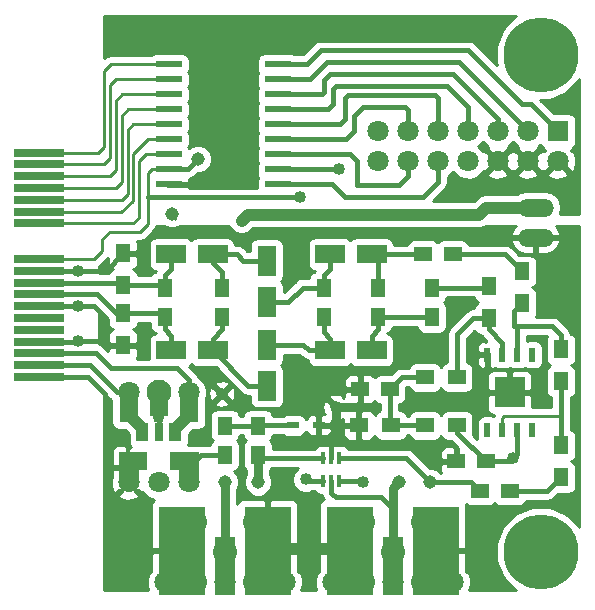
<source format=gtl>
G04 #@! TF.FileFunction,Copper,L1,Top,Signal*
%FSLAX46Y46*%
G04 Gerber Fmt 4.6, Leading zero omitted, Abs format (unit mm)*
G04 Created by KiCad (PCBNEW 4.0.1-3.201512221402+6198~38~ubuntu14.04.1-stable) date Tue 26 Jan 2016 10:17:27 AM EST*
%MOMM*%
G01*
G04 APERTURE LIST*
%ADD10C,0.100000*%
%ADD11R,1.800000X1.800000*%
%ADD12C,1.800000*%
%ADD13R,4.200000X0.700000*%
%ADD14R,2.200000X0.600000*%
%ADD15R,1.000760X0.599440*%
%ADD16R,1.500000X1.300000*%
%ADD17R,1.300000X1.500000*%
%ADD18R,1.651000X2.540000*%
%ADD19R,1.650000X2.540000*%
%ADD20R,1.016000X1.524000*%
%ADD21R,1.015000X1.650000*%
%ADD22R,0.760000X1.650000*%
%ADD23R,1.650000X2.000000*%
%ADD24C,2.100000*%
%ADD25R,1.250000X1.500000*%
%ADD26R,1.500000X1.250000*%
%ADD27C,1.143000*%
%ADD28R,0.400000X1.000000*%
%ADD29O,3.014980X1.506220*%
%ADD30R,1.800000X5.000000*%
%ADD31R,3.960000X7.543800*%
%ADD32C,2.032000*%
%ADD33R,2.500000X1.600000*%
%ADD34R,1.600000X2.500000*%
%ADD35R,0.508000X1.143000*%
%ADD36R,2.540000X2.540000*%
%ADD37C,6.350000*%
%ADD38C,1.016000*%
%ADD39C,0.400000*%
%ADD40C,0.250000*%
%ADD41C,0.780000*%
%ADD42C,1.000000*%
%ADD43C,1.200000*%
%ADD44C,0.254000*%
G04 APERTURE END LIST*
D10*
D11*
X47480000Y-10404000D03*
D12*
X44940000Y-10404000D03*
X42400000Y-10404000D03*
X39860000Y-10404000D03*
X37320000Y-10404000D03*
X34780000Y-10404000D03*
X47480000Y-12944000D03*
X44940000Y-12944000D03*
X42400000Y-12944000D03*
X39860000Y-12944000D03*
X37320000Y-12944000D03*
X34780000Y-12944000D03*
X32240000Y-12944000D03*
X32240000Y-10404000D03*
D13*
X3550000Y-31200000D03*
X3550000Y-30200000D03*
X3550000Y-29200000D03*
X3550000Y-28200000D03*
X3550000Y-27200000D03*
X3550000Y-26200000D03*
X3550000Y-25200000D03*
X3550000Y-24200000D03*
X3550000Y-23200000D03*
X3550000Y-22200000D03*
X3550000Y-21200000D03*
X3550000Y-18200000D03*
X3550000Y-17200000D03*
X3550000Y-16200000D03*
X3550000Y-15200000D03*
X3550000Y-14200000D03*
X3550000Y-13200000D03*
X3550000Y-12200000D03*
D14*
X14550000Y-4720000D03*
X14550000Y-5990000D03*
X14550000Y-7260000D03*
X14550000Y-8530000D03*
X14550000Y-9800000D03*
X14550000Y-11070000D03*
X14550000Y-12340000D03*
X14550000Y-13610000D03*
X14550000Y-14880000D03*
X23750000Y-4720000D03*
X23750000Y-5990000D03*
X23750000Y-7260000D03*
X23750000Y-8530000D03*
X23750000Y-9800000D03*
X23750000Y-11070000D03*
X23750000Y-12340000D03*
X23750000Y-13610000D03*
X23750000Y-14880000D03*
D15*
X27243820Y-35296000D03*
X25044180Y-35296000D03*
D16*
X33336000Y-35296000D03*
X30636000Y-35296000D03*
D17*
X44432000Y-22262000D03*
X44432000Y-24962000D03*
X41638000Y-23532000D03*
X41638000Y-26232000D03*
D16*
X38924000Y-31232000D03*
X36224000Y-31232000D03*
D17*
X47734000Y-28866000D03*
X47734000Y-31566000D03*
D16*
X38924000Y-35296000D03*
X36224000Y-35296000D03*
D17*
X47734000Y-39694000D03*
X47734000Y-36994000D03*
D12*
X13698000Y-40122000D03*
D18*
X11158000Y-38852000D03*
X16238000Y-38852000D03*
D19*
X11158000Y-33772000D03*
D10*
G36*
X13318000Y-35042000D02*
X12868000Y-32502000D01*
X14528000Y-32502000D01*
X14078000Y-35042000D01*
X13318000Y-35042000D01*
X13318000Y-35042000D01*
G37*
D19*
X16238000Y-33772000D03*
D20*
X12224800Y-38344000D03*
X15171200Y-38344000D03*
D21*
X12300500Y-35862000D03*
D22*
X13698000Y-35862000D03*
D21*
X15095500Y-35862000D03*
D10*
G36*
X11793000Y-35749107D02*
X11085893Y-35042000D01*
X11793000Y-34334893D01*
X12500107Y-35042000D01*
X11793000Y-35749107D01*
X11793000Y-35749107D01*
G37*
G36*
X15603000Y-35749107D02*
X14895893Y-35042000D01*
X15603000Y-34334893D01*
X16310107Y-35042000D01*
X15603000Y-35749107D01*
X15603000Y-35749107D01*
G37*
D23*
X13698000Y-33502000D03*
D12*
X16238000Y-32502000D03*
D24*
X13698000Y-32502000D03*
D12*
X11158000Y-32502000D03*
X11158000Y-40122000D03*
X16238000Y-40122000D03*
D25*
X14206000Y-23632000D03*
X14206000Y-26132000D03*
X19032000Y-23632000D03*
X19032000Y-26132000D03*
X27668000Y-23632000D03*
X27668000Y-26132000D03*
X32240000Y-23632000D03*
X32240000Y-26132000D03*
D26*
X38570000Y-20818000D03*
X36070000Y-20818000D03*
D25*
X36812000Y-23632000D03*
X36812000Y-26132000D03*
D26*
X33236000Y-32248000D03*
X30736000Y-32248000D03*
X41364000Y-38344000D03*
X38864000Y-38344000D03*
D25*
X19286000Y-35316000D03*
X19286000Y-37816000D03*
X22080000Y-37816000D03*
X22080000Y-35316000D03*
D17*
X10650000Y-28518000D03*
X10650000Y-25818000D03*
X10650000Y-23438000D03*
X10650000Y-20738000D03*
D26*
X40896000Y-40884000D03*
X43396000Y-40884000D03*
D27*
X36685000Y-40122000D03*
X22080000Y-40122000D03*
X19286000Y-40122000D03*
X34018000Y-40122000D03*
D28*
X28938000Y-38090000D03*
X28288000Y-38090000D03*
X27638000Y-38090000D03*
X27638000Y-40040000D03*
X28288000Y-40040000D03*
X28938000Y-40040000D03*
D27*
X14841000Y-17389000D03*
D29*
X45600400Y-19395600D03*
X45600400Y-16855600D03*
D12*
X28430000Y-48567500D03*
X38590000Y-48567500D03*
D30*
X33510000Y-47187500D03*
D31*
X37130000Y-45925900D03*
X29890000Y-45925900D03*
D32*
X30970000Y-48567500D03*
X36050000Y-48567500D03*
D12*
X33510000Y-48567500D03*
D32*
X36050000Y-43487500D03*
X30970000Y-43487500D03*
X33510000Y-46027500D03*
D12*
X14206000Y-48567500D03*
X24366000Y-48567500D03*
D30*
X19286000Y-47187500D03*
D31*
X22906000Y-45925900D03*
X15666000Y-45925900D03*
D32*
X16746000Y-48567500D03*
X21826000Y-48567500D03*
D12*
X19286000Y-48567500D03*
D32*
X21826000Y-43487500D03*
X16746000Y-43487500D03*
X19286000Y-46027500D03*
D33*
X14742000Y-20818000D03*
X18242000Y-20818000D03*
X18242000Y-28946000D03*
X14742000Y-28946000D03*
D34*
X22842000Y-21354000D03*
X22842000Y-24854000D03*
X22842000Y-31966000D03*
X22842000Y-28466000D03*
D33*
X28204000Y-20818000D03*
X31704000Y-20818000D03*
X28204000Y-28946000D03*
X31704000Y-28946000D03*
D35*
X45321000Y-35677000D03*
X44051000Y-35677000D03*
X42781000Y-35677000D03*
X41511000Y-35677000D03*
X41511000Y-29327000D03*
X42781000Y-29327000D03*
X44051000Y-29327000D03*
X45321000Y-29327000D03*
D36*
X43416000Y-32502000D03*
D37*
X46049980Y-3899060D03*
X46049980Y-45999560D03*
D38*
X28684000Y-33772000D03*
X19032000Y-32629000D03*
X26144000Y-39868000D03*
X25636000Y-15992000D03*
D27*
X17000000Y-12740800D03*
D38*
X6850000Y-25200000D03*
X6840000Y-28184000D03*
X6850000Y-22200000D03*
X30970000Y-40122000D03*
X19540000Y-12740800D03*
X28938000Y-13579000D03*
X20708400Y-17973200D03*
X43670000Y-38090000D03*
D39*
X3550000Y-30200000D02*
X7840000Y-30200000D01*
X10142000Y-32502000D02*
X11158000Y-32502000D01*
X7840000Y-30200000D02*
X10142000Y-32502000D01*
X11158000Y-32502000D02*
X11158000Y-33772000D01*
X11158000Y-32756000D02*
X11158000Y-33772000D01*
X16238000Y-32502000D02*
X16238000Y-33772000D01*
X16238000Y-31486000D02*
X16238000Y-32502000D01*
X15222000Y-30470000D02*
X16238000Y-31486000D01*
X9634000Y-30470000D02*
X15222000Y-30470000D01*
X8364000Y-29200000D02*
X9634000Y-30470000D01*
X3550000Y-29200000D02*
X8364000Y-29200000D01*
X12783600Y-15992000D02*
X25636000Y-15992000D01*
X26316000Y-40040000D02*
X27638000Y-40040000D01*
X26144000Y-39868000D02*
X26316000Y-40040000D01*
X16130800Y-13610000D02*
X17000000Y-12740800D01*
X14550000Y-13610000D02*
X16130800Y-13610000D01*
D40*
X3550000Y-21200000D02*
X8236000Y-21200000D01*
X13133600Y-13610000D02*
X14550000Y-13610000D01*
X12783600Y-13960000D02*
X13133600Y-13610000D01*
X12783600Y-18227200D02*
X12783600Y-15992000D01*
X12783600Y-15992000D02*
X12783600Y-13960000D01*
X12072400Y-18938400D02*
X12783600Y-18227200D01*
X9532400Y-18938400D02*
X12072400Y-18938400D01*
X8922800Y-19548000D02*
X9532400Y-18938400D01*
X8922800Y-20513200D02*
X8922800Y-19548000D01*
X8236000Y-21200000D02*
X8922800Y-20513200D01*
X12050000Y-17700000D02*
X12050000Y-12900000D01*
X12610000Y-12340000D02*
X14550000Y-12340000D01*
X12050000Y-12900000D02*
X12610000Y-12340000D01*
X3550000Y-18200000D02*
X11550000Y-18200000D01*
X11550000Y-18200000D02*
X12050000Y-17700000D01*
X3550000Y-17200000D02*
X10521500Y-17200000D01*
X12778000Y-11070000D02*
X14550000Y-11070000D01*
X11539000Y-12309000D02*
X12778000Y-11070000D01*
X11539000Y-16309500D02*
X11539000Y-12309000D01*
X10521500Y-17200000D02*
X11539000Y-16309500D01*
X3550000Y-16200000D02*
X10550000Y-16200000D01*
X11050000Y-15700000D02*
X11050000Y-10300000D01*
X10550000Y-16200000D02*
X11050000Y-15700000D01*
X11550000Y-9800000D02*
X14550000Y-9800000D01*
X11050000Y-10300000D02*
X11550000Y-9800000D01*
X3550000Y-15200000D02*
X10050000Y-15200000D01*
X10050000Y-15200000D02*
X10550000Y-14700000D01*
X10550000Y-14700000D02*
X10550000Y-9100000D01*
X11120000Y-8530000D02*
X14550000Y-8530000D01*
X10550000Y-9100000D02*
X11120000Y-8530000D01*
X10050000Y-13700000D02*
X10050000Y-7800000D01*
X9550000Y-14200000D02*
X10050000Y-13700000D01*
X3550000Y-14200000D02*
X9550000Y-14200000D01*
X10590000Y-7260000D02*
X14550000Y-7260000D01*
X10050000Y-7800000D02*
X10590000Y-7260000D01*
X9550000Y-12700000D02*
X9550000Y-6500000D01*
X9050000Y-13200000D02*
X9550000Y-12700000D01*
X3550000Y-13200000D02*
X9050000Y-13200000D01*
X10060000Y-5990000D02*
X14550000Y-5990000D01*
X9550000Y-6500000D02*
X10060000Y-5990000D01*
X9050000Y-11700000D02*
X9050000Y-5300000D01*
X8550000Y-12200000D02*
X9050000Y-11700000D01*
X3550000Y-12200000D02*
X8550000Y-12200000D01*
X9630000Y-4720000D02*
X14550000Y-4720000D01*
X9050000Y-5300000D02*
X9630000Y-4720000D01*
D41*
X28684000Y-33772000D02*
X28684000Y-35169000D01*
X28684000Y-33772000D02*
X30716000Y-33772000D01*
D42*
X26448800Y-45760800D02*
X23071100Y-45760800D01*
X23071100Y-45760800D02*
X22906000Y-45925900D01*
X26448800Y-45760800D02*
X29724900Y-45760800D01*
X29724900Y-45760800D02*
X29890000Y-45925900D01*
D39*
X6850000Y-25200000D02*
X8174000Y-25200000D01*
X3550000Y-25200000D02*
X6850000Y-25200000D01*
X8174000Y-25200000D02*
X9227600Y-26253600D01*
X9075200Y-28184000D02*
X6840000Y-28184000D01*
X6824000Y-28200000D02*
X6840000Y-28184000D01*
X6824000Y-28200000D02*
X3550000Y-28200000D01*
X3550000Y-31200000D02*
X7722400Y-31200000D01*
X9176800Y-32654400D02*
X9176800Y-33314800D01*
X7722400Y-31200000D02*
X9176800Y-32654400D01*
X6850000Y-22200000D02*
X9188000Y-22200000D01*
X3550000Y-22200000D02*
X6850000Y-22200000D01*
X9188000Y-22200000D02*
X10650000Y-20738000D01*
X28288000Y-38090000D02*
X28288000Y-36424000D01*
X28288000Y-36424000D02*
X28176000Y-36312000D01*
X12224800Y-38344000D02*
X11666000Y-38344000D01*
X11666000Y-38344000D02*
X11158000Y-38852000D01*
X3550000Y-23200000D02*
X10412000Y-23200000D01*
X10412000Y-23200000D02*
X10650000Y-23438000D01*
X10650000Y-23438000D02*
X14012000Y-23438000D01*
X14012000Y-23438000D02*
X14206000Y-23632000D01*
X14742000Y-20818000D02*
X14742000Y-22060000D01*
X14206000Y-22596000D02*
X14206000Y-23632000D01*
X14742000Y-22060000D02*
X14206000Y-22596000D01*
X18242000Y-20818000D02*
X18242000Y-21552000D01*
X18242000Y-21552000D02*
X19032000Y-22342000D01*
X19032000Y-22342000D02*
X19032000Y-23632000D01*
X22842000Y-21354000D02*
X20838000Y-21354000D01*
X20302000Y-20818000D02*
X18242000Y-20818000D01*
X20838000Y-21354000D02*
X20302000Y-20818000D01*
X27668000Y-23632000D02*
X25870000Y-23632000D01*
X24648000Y-24854000D02*
X22842000Y-24854000D01*
X25870000Y-23632000D02*
X24648000Y-24854000D01*
X28204000Y-20818000D02*
X28204000Y-22060000D01*
X27668000Y-22596000D02*
X27668000Y-23632000D01*
X28204000Y-22060000D02*
X27668000Y-22596000D01*
X36224000Y-35296000D02*
X33336000Y-35296000D01*
X33336000Y-35296000D02*
X33236000Y-35196000D01*
X33236000Y-35196000D02*
X33236000Y-32248000D01*
X33236000Y-32248000D02*
X34252000Y-31232000D01*
X34252000Y-31232000D02*
X36224000Y-31232000D01*
X19286000Y-35316000D02*
X22080000Y-35316000D01*
X22080000Y-35316000D02*
X22100000Y-35296000D01*
X22100000Y-35296000D02*
X25044180Y-35296000D01*
X15171200Y-38344000D02*
X15730000Y-38344000D01*
X15730000Y-38344000D02*
X16238000Y-38852000D01*
X19286000Y-37816000D02*
X17274000Y-37816000D01*
X17274000Y-37816000D02*
X16238000Y-38852000D01*
D42*
X19336000Y-37616000D02*
X19286000Y-37566000D01*
D40*
X15037800Y-17784200D02*
X15106000Y-17208000D01*
D39*
X30888000Y-40040000D02*
X28938000Y-40040000D01*
X30970000Y-40122000D02*
X30888000Y-40040000D01*
X14550000Y-14880000D02*
X17400800Y-14880000D01*
X17400800Y-14880000D02*
X19540000Y-12740800D01*
X39606000Y-3546000D02*
X39860000Y-3546000D01*
X26240000Y-4720000D02*
X27414000Y-3546000D01*
X27414000Y-3546000D02*
X39606000Y-3546000D01*
X23750000Y-4720000D02*
X26240000Y-4720000D01*
X45194000Y-8118000D02*
X47480000Y-10404000D01*
X44432000Y-8118000D02*
X45194000Y-8118000D01*
X39860000Y-3546000D02*
X44432000Y-8118000D01*
X23750000Y-5990000D02*
X26494000Y-5990000D01*
X39098000Y-4562000D02*
X44940000Y-10404000D01*
X27922000Y-4562000D02*
X39098000Y-4562000D01*
X27414000Y-5070000D02*
X27922000Y-4562000D01*
X26494000Y-5990000D02*
X27414000Y-5070000D01*
X23750000Y-7260000D02*
X27510000Y-7260000D01*
X42400000Y-9388000D02*
X42400000Y-10404000D01*
X38590000Y-5578000D02*
X42400000Y-9388000D01*
X28176000Y-5578000D02*
X38590000Y-5578000D01*
X27668000Y-6086000D02*
X28176000Y-5578000D01*
X27668000Y-7102000D02*
X27668000Y-6086000D01*
X27510000Y-7260000D02*
X27668000Y-7102000D01*
X23750000Y-8530000D02*
X28018000Y-8530000D01*
X39860000Y-8372000D02*
X39860000Y-10404000D01*
X38082000Y-6594000D02*
X39860000Y-8372000D01*
X28684000Y-6594000D02*
X38082000Y-6594000D01*
X28430000Y-6848000D02*
X28684000Y-6594000D01*
X28430000Y-8118000D02*
X28430000Y-6848000D01*
X28018000Y-8530000D02*
X28430000Y-8118000D01*
X23750000Y-13610000D02*
X28907000Y-13610000D01*
X28907000Y-13610000D02*
X28938000Y-13579000D01*
X23750000Y-9800000D02*
X29034000Y-9800000D01*
X37320000Y-7610000D02*
X37320000Y-10404000D01*
X37066000Y-7356000D02*
X37320000Y-7610000D01*
X29700000Y-7356000D02*
X37066000Y-7356000D01*
X29446000Y-7610000D02*
X29700000Y-7356000D01*
X29446000Y-9388000D02*
X29446000Y-7610000D01*
X29034000Y-9800000D02*
X29446000Y-9388000D01*
X23750000Y-11070000D02*
X29542000Y-11070000D01*
X34780000Y-8626000D02*
X34780000Y-10404000D01*
X34526000Y-8372000D02*
X34780000Y-8626000D01*
X30970000Y-8372000D02*
X34526000Y-8372000D01*
X30208000Y-9134000D02*
X30970000Y-8372000D01*
X30208000Y-10404000D02*
X30208000Y-9134000D01*
X29542000Y-11070000D02*
X30208000Y-10404000D01*
X23750000Y-14880000D02*
X28334000Y-14880000D01*
X37320000Y-14722000D02*
X37320000Y-12944000D01*
X36050000Y-15992000D02*
X37320000Y-14722000D01*
X29446000Y-15992000D02*
X36050000Y-15992000D01*
X28334000Y-14880000D02*
X29446000Y-15992000D01*
D40*
X23750000Y-14880000D02*
X23889000Y-14880000D01*
X23750000Y-14880000D02*
X24524000Y-14880000D01*
D39*
X23750000Y-14880000D02*
X23930000Y-14880000D01*
X23750000Y-14880000D02*
X23830000Y-14880000D01*
X23750000Y-12340000D02*
X29858000Y-12340000D01*
X34780000Y-14214000D02*
X34780000Y-12944000D01*
X34018000Y-14976000D02*
X34780000Y-14214000D01*
X30462000Y-14976000D02*
X34018000Y-14976000D01*
X30462000Y-12944000D02*
X30462000Y-14976000D01*
X29858000Y-12340000D02*
X30462000Y-12944000D01*
X10062000Y-25818000D02*
X10650000Y-25818000D01*
X8444000Y-24200000D02*
X10062000Y-25818000D01*
X3550000Y-24200000D02*
X8444000Y-24200000D01*
X10650000Y-25818000D02*
X13892000Y-25818000D01*
X13892000Y-25818000D02*
X14206000Y-26132000D01*
X14206000Y-26132000D02*
X14206000Y-27168000D01*
X14742000Y-27704000D02*
X14742000Y-28946000D01*
X14206000Y-27168000D02*
X14742000Y-27704000D01*
X22842000Y-31966000D02*
X21262000Y-31966000D01*
X21262000Y-31966000D02*
X18242000Y-28946000D01*
X19032000Y-26132000D02*
X19032000Y-27168000D01*
X18242000Y-27958000D02*
X18242000Y-28946000D01*
X19032000Y-27168000D02*
X18242000Y-27958000D01*
X22842000Y-28466000D02*
X25918000Y-28466000D01*
X26398000Y-28946000D02*
X28204000Y-28946000D01*
X25918000Y-28466000D02*
X26398000Y-28946000D01*
X27668000Y-26132000D02*
X27668000Y-27422000D01*
X28204000Y-27958000D02*
X28204000Y-28946000D01*
X27668000Y-27422000D02*
X28204000Y-27958000D01*
X32240000Y-23632000D02*
X32240000Y-21354000D01*
X32240000Y-21354000D02*
X31704000Y-20818000D01*
X36070000Y-20818000D02*
X31704000Y-20818000D01*
X31704000Y-28946000D02*
X31704000Y-27704000D01*
X32240000Y-27168000D02*
X32240000Y-26132000D01*
X31704000Y-27704000D02*
X32240000Y-27168000D01*
X36812000Y-26132000D02*
X32240000Y-26132000D01*
X38570000Y-20818000D02*
X42988000Y-20818000D01*
X42988000Y-20818000D02*
X44432000Y-22262000D01*
X36812000Y-23632000D02*
X41538000Y-23632000D01*
X41538000Y-23632000D02*
X41638000Y-23532000D01*
D42*
X41434800Y-16855600D02*
X45600400Y-16855600D01*
X40825200Y-17465200D02*
X41434800Y-16855600D01*
X21216400Y-17465200D02*
X40825200Y-17465200D01*
X20708400Y-17973200D02*
X21216400Y-17465200D01*
D39*
X43396000Y-40884000D02*
X46544000Y-40884000D01*
X46544000Y-40884000D02*
X47734000Y-39694000D01*
X44051000Y-29327000D02*
X44051000Y-26914000D01*
X44051000Y-26914000D02*
X43797000Y-26914000D01*
X47734000Y-28866000D02*
X47734000Y-27676000D01*
X46972000Y-26914000D02*
X43797000Y-26914000D01*
X47734000Y-27676000D02*
X46972000Y-26914000D01*
X43797000Y-26914000D02*
X43797000Y-25597000D01*
X43797000Y-25597000D02*
X44432000Y-24962000D01*
X42781000Y-29327000D02*
X42781000Y-28311000D01*
X41638000Y-27168000D02*
X41638000Y-26232000D01*
X42781000Y-28311000D02*
X41638000Y-27168000D01*
X38924000Y-31232000D02*
X38924000Y-27596000D01*
X40288000Y-26232000D02*
X41638000Y-26232000D01*
X38924000Y-27596000D02*
X40288000Y-26232000D01*
D40*
X42781000Y-35677000D02*
X42781000Y-34661000D01*
X42908000Y-34534000D02*
X47734000Y-34534000D01*
X42781000Y-34661000D02*
X42908000Y-34534000D01*
D39*
X47400000Y-37328000D02*
X47734000Y-36994000D01*
X47734000Y-31566000D02*
X47734000Y-34534000D01*
X47734000Y-34534000D02*
X47734000Y-34788000D01*
X47734000Y-34788000D02*
X47734000Y-36994000D01*
X13698000Y-35862000D02*
X13698000Y-32502000D01*
X13698000Y-32502000D02*
X13698000Y-33772000D01*
D41*
X22080000Y-37816000D02*
X22080000Y-40122000D01*
D39*
X21806000Y-38090000D02*
X27638000Y-38090000D01*
X36685000Y-40122000D02*
X40134000Y-40122000D01*
X40134000Y-40122000D02*
X40896000Y-40884000D01*
X28938000Y-38090000D02*
X34653000Y-38090000D01*
X34653000Y-38090000D02*
X36685000Y-40122000D01*
X44051000Y-35677000D02*
X44051000Y-37709000D01*
X44051000Y-37709000D02*
X43670000Y-38090000D01*
X41364000Y-38344000D02*
X43416000Y-38344000D01*
X43416000Y-38344000D02*
X43670000Y-38090000D01*
X38924000Y-35296000D02*
X38924000Y-35904000D01*
X38924000Y-35904000D02*
X41364000Y-38344000D01*
D41*
X33510000Y-42916000D02*
X33510000Y-40630000D01*
X33510000Y-40630000D02*
X34018000Y-40122000D01*
X33510000Y-42916000D02*
X33510000Y-47187500D01*
D39*
X28288000Y-40040000D02*
X28288000Y-40996000D01*
X32494000Y-41392000D02*
X33510000Y-42408000D01*
X28684000Y-41392000D02*
X32494000Y-41392000D01*
X28288000Y-40996000D02*
X28684000Y-41392000D01*
X33510000Y-42408000D02*
X33510000Y-42916000D01*
D43*
X33419000Y-47096500D02*
X33510000Y-47187500D01*
D41*
X19286000Y-40058500D02*
X19286000Y-47187500D01*
D44*
G36*
X49305000Y-17389000D02*
X47677735Y-17389000D01*
X47679200Y-17386807D01*
X47784864Y-16855600D01*
X47679200Y-16324393D01*
X47378296Y-15874058D01*
X46927961Y-15573154D01*
X46396754Y-15467490D01*
X44804046Y-15467490D01*
X44272839Y-15573154D01*
X44052170Y-15720600D01*
X41434800Y-15720600D01*
X41000455Y-15806996D01*
X40632234Y-16053034D01*
X40355068Y-16330200D01*
X36892668Y-16330200D01*
X37910434Y-15312434D01*
X37964178Y-15232000D01*
X38091439Y-15041541D01*
X38155000Y-14722000D01*
X38155000Y-14259857D01*
X38188371Y-14246068D01*
X38590323Y-13844818D01*
X38989357Y-14244551D01*
X39553330Y-14478733D01*
X40163991Y-14479265D01*
X40728371Y-14246068D01*
X40950668Y-14024159D01*
X41499446Y-14024159D01*
X41585852Y-14280643D01*
X42159336Y-14490458D01*
X42769460Y-14464839D01*
X43214148Y-14280643D01*
X43300554Y-14024159D01*
X44039446Y-14024159D01*
X44125852Y-14280643D01*
X44699336Y-14490458D01*
X45309460Y-14464839D01*
X45754148Y-14280643D01*
X45840554Y-14024159D01*
X46579446Y-14024159D01*
X46665852Y-14280643D01*
X47239336Y-14490458D01*
X47849460Y-14464839D01*
X48294148Y-14280643D01*
X48380554Y-14024159D01*
X47480000Y-13123605D01*
X46579446Y-14024159D01*
X45840554Y-14024159D01*
X44940000Y-13123605D01*
X44039446Y-14024159D01*
X43300554Y-14024159D01*
X42400000Y-13123605D01*
X41499446Y-14024159D01*
X40950668Y-14024159D01*
X41160551Y-13814643D01*
X41169203Y-13793806D01*
X41319841Y-13844554D01*
X42220395Y-12944000D01*
X42579605Y-12944000D01*
X43480159Y-13844554D01*
X43670000Y-13780599D01*
X43859841Y-13844554D01*
X44760395Y-12944000D01*
X43859841Y-12043446D01*
X43670000Y-12107401D01*
X43480159Y-12043446D01*
X42579605Y-12944000D01*
X42220395Y-12944000D01*
X41319841Y-12043446D01*
X41169673Y-12094035D01*
X41162068Y-12075629D01*
X40760818Y-11673677D01*
X41130323Y-11304818D01*
X41529357Y-11704551D01*
X41550194Y-11713203D01*
X41499446Y-11863841D01*
X42400000Y-12764395D01*
X43300554Y-11863841D01*
X43249965Y-11713673D01*
X43268371Y-11706068D01*
X43670323Y-11304818D01*
X44069357Y-11704551D01*
X44090194Y-11713203D01*
X44039446Y-11863841D01*
X44940000Y-12764395D01*
X45840554Y-11863841D01*
X45789965Y-11713673D01*
X45808371Y-11706068D01*
X45976613Y-11538120D01*
X45976838Y-11539317D01*
X46115910Y-11755441D01*
X46319574Y-11894598D01*
X46285282Y-11928890D01*
X46399839Y-12043447D01*
X46210000Y-12107401D01*
X46020159Y-12043446D01*
X45119605Y-12944000D01*
X46020159Y-13844554D01*
X46210000Y-13780599D01*
X46399841Y-13844554D01*
X47300395Y-12944000D01*
X47286253Y-12929858D01*
X47465858Y-12750253D01*
X47480000Y-12764395D01*
X47494143Y-12750253D01*
X47673748Y-12929858D01*
X47659605Y-12944000D01*
X48560159Y-13844554D01*
X48816643Y-13758148D01*
X49026458Y-13184664D01*
X49000839Y-12574540D01*
X48816643Y-12129852D01*
X48560161Y-12043447D01*
X48674718Y-11928890D01*
X48638240Y-11892412D01*
X48831441Y-11768090D01*
X48976431Y-11555890D01*
X49027440Y-11304000D01*
X49027440Y-9504000D01*
X48983162Y-9268683D01*
X48844090Y-9052559D01*
X48631890Y-8907569D01*
X48380000Y-8856560D01*
X47113428Y-8856560D01*
X45965856Y-7708988D01*
X46804511Y-7709720D01*
X48205352Y-7130904D01*
X49278057Y-6060069D01*
X49305000Y-5995183D01*
X49305000Y-17389000D01*
X49305000Y-17389000D01*
G37*
X49305000Y-17389000D02*
X47677735Y-17389000D01*
X47679200Y-17386807D01*
X47784864Y-16855600D01*
X47679200Y-16324393D01*
X47378296Y-15874058D01*
X46927961Y-15573154D01*
X46396754Y-15467490D01*
X44804046Y-15467490D01*
X44272839Y-15573154D01*
X44052170Y-15720600D01*
X41434800Y-15720600D01*
X41000455Y-15806996D01*
X40632234Y-16053034D01*
X40355068Y-16330200D01*
X36892668Y-16330200D01*
X37910434Y-15312434D01*
X37964178Y-15232000D01*
X38091439Y-15041541D01*
X38155000Y-14722000D01*
X38155000Y-14259857D01*
X38188371Y-14246068D01*
X38590323Y-13844818D01*
X38989357Y-14244551D01*
X39553330Y-14478733D01*
X40163991Y-14479265D01*
X40728371Y-14246068D01*
X40950668Y-14024159D01*
X41499446Y-14024159D01*
X41585852Y-14280643D01*
X42159336Y-14490458D01*
X42769460Y-14464839D01*
X43214148Y-14280643D01*
X43300554Y-14024159D01*
X44039446Y-14024159D01*
X44125852Y-14280643D01*
X44699336Y-14490458D01*
X45309460Y-14464839D01*
X45754148Y-14280643D01*
X45840554Y-14024159D01*
X46579446Y-14024159D01*
X46665852Y-14280643D01*
X47239336Y-14490458D01*
X47849460Y-14464839D01*
X48294148Y-14280643D01*
X48380554Y-14024159D01*
X47480000Y-13123605D01*
X46579446Y-14024159D01*
X45840554Y-14024159D01*
X44940000Y-13123605D01*
X44039446Y-14024159D01*
X43300554Y-14024159D01*
X42400000Y-13123605D01*
X41499446Y-14024159D01*
X40950668Y-14024159D01*
X41160551Y-13814643D01*
X41169203Y-13793806D01*
X41319841Y-13844554D01*
X42220395Y-12944000D01*
X42579605Y-12944000D01*
X43480159Y-13844554D01*
X43670000Y-13780599D01*
X43859841Y-13844554D01*
X44760395Y-12944000D01*
X43859841Y-12043446D01*
X43670000Y-12107401D01*
X43480159Y-12043446D01*
X42579605Y-12944000D01*
X42220395Y-12944000D01*
X41319841Y-12043446D01*
X41169673Y-12094035D01*
X41162068Y-12075629D01*
X40760818Y-11673677D01*
X41130323Y-11304818D01*
X41529357Y-11704551D01*
X41550194Y-11713203D01*
X41499446Y-11863841D01*
X42400000Y-12764395D01*
X43300554Y-11863841D01*
X43249965Y-11713673D01*
X43268371Y-11706068D01*
X43670323Y-11304818D01*
X44069357Y-11704551D01*
X44090194Y-11713203D01*
X44039446Y-11863841D01*
X44940000Y-12764395D01*
X45840554Y-11863841D01*
X45789965Y-11713673D01*
X45808371Y-11706068D01*
X45976613Y-11538120D01*
X45976838Y-11539317D01*
X46115910Y-11755441D01*
X46319574Y-11894598D01*
X46285282Y-11928890D01*
X46399839Y-12043447D01*
X46210000Y-12107401D01*
X46020159Y-12043446D01*
X45119605Y-12944000D01*
X46020159Y-13844554D01*
X46210000Y-13780599D01*
X46399841Y-13844554D01*
X47300395Y-12944000D01*
X47286253Y-12929858D01*
X47465858Y-12750253D01*
X47480000Y-12764395D01*
X47494143Y-12750253D01*
X47673748Y-12929858D01*
X47659605Y-12944000D01*
X48560159Y-13844554D01*
X48816643Y-13758148D01*
X49026458Y-13184664D01*
X49000839Y-12574540D01*
X48816643Y-12129852D01*
X48560161Y-12043447D01*
X48674718Y-11928890D01*
X48638240Y-11892412D01*
X48831441Y-11768090D01*
X48976431Y-11555890D01*
X49027440Y-11304000D01*
X49027440Y-9504000D01*
X48983162Y-9268683D01*
X48844090Y-9052559D01*
X48631890Y-8907569D01*
X48380000Y-8856560D01*
X47113428Y-8856560D01*
X45965856Y-7708988D01*
X46804511Y-7709720D01*
X48205352Y-7130904D01*
X49278057Y-6060069D01*
X49305000Y-5995183D01*
X49305000Y-17389000D01*
G36*
X43894608Y-667216D02*
X42821903Y-1738051D01*
X42240643Y-3137879D01*
X42239320Y-4653591D01*
X42303298Y-4808430D01*
X40450434Y-2955566D01*
X40179541Y-2774561D01*
X39860000Y-2711000D01*
X27414000Y-2711000D01*
X27094460Y-2774560D01*
X26823566Y-2955566D01*
X25894132Y-3885000D01*
X25191797Y-3885000D01*
X25101890Y-3823569D01*
X24850000Y-3772560D01*
X22650000Y-3772560D01*
X22414683Y-3816838D01*
X22198559Y-3955910D01*
X22053569Y-4168110D01*
X22002560Y-4420000D01*
X22002560Y-5020000D01*
X22046838Y-5255317D01*
X22110678Y-5354528D01*
X22053569Y-5438110D01*
X22002560Y-5690000D01*
X22002560Y-6290000D01*
X22046838Y-6525317D01*
X22110678Y-6624528D01*
X22053569Y-6708110D01*
X22002560Y-6960000D01*
X22002560Y-7560000D01*
X22046838Y-7795317D01*
X22110678Y-7894528D01*
X22053569Y-7978110D01*
X22002560Y-8230000D01*
X22002560Y-8830000D01*
X22046838Y-9065317D01*
X22110678Y-9164528D01*
X22053569Y-9248110D01*
X22002560Y-9500000D01*
X22002560Y-10100000D01*
X22046838Y-10335317D01*
X22110678Y-10434528D01*
X22053569Y-10518110D01*
X22002560Y-10770000D01*
X22002560Y-11370000D01*
X22046838Y-11605317D01*
X22110678Y-11704528D01*
X22053569Y-11788110D01*
X22002560Y-12040000D01*
X22002560Y-12640000D01*
X22046838Y-12875317D01*
X22110678Y-12974528D01*
X22053569Y-13058110D01*
X22002560Y-13310000D01*
X22002560Y-13910000D01*
X22046838Y-14145317D01*
X22110678Y-14244528D01*
X22053569Y-14328110D01*
X22002560Y-14580000D01*
X22002560Y-15157000D01*
X16276250Y-15157000D01*
X16126250Y-15007000D01*
X14677000Y-15007000D01*
X14677000Y-15027000D01*
X14423000Y-15027000D01*
X14423000Y-15007000D01*
X14403000Y-15007000D01*
X14403000Y-14753000D01*
X14423000Y-14753000D01*
X14423000Y-14733000D01*
X14677000Y-14733000D01*
X14677000Y-14753000D01*
X16126250Y-14753000D01*
X16285000Y-14594250D01*
X16285000Y-14453690D01*
X16269937Y-14417324D01*
X16450341Y-14381439D01*
X16721234Y-14200434D01*
X16974390Y-13947278D01*
X17238935Y-13947509D01*
X17682535Y-13764218D01*
X18022225Y-13425120D01*
X18206290Y-12981841D01*
X18206709Y-12501865D01*
X18023418Y-12058265D01*
X17684320Y-11718575D01*
X17241041Y-11534510D01*
X16761065Y-11534091D01*
X16317465Y-11717382D01*
X16244107Y-11790612D01*
X16189322Y-11705472D01*
X16246431Y-11621890D01*
X16297440Y-11370000D01*
X16297440Y-10770000D01*
X16253162Y-10534683D01*
X16189322Y-10435472D01*
X16246431Y-10351890D01*
X16297440Y-10100000D01*
X16297440Y-9500000D01*
X16253162Y-9264683D01*
X16189322Y-9165472D01*
X16246431Y-9081890D01*
X16297440Y-8830000D01*
X16297440Y-8230000D01*
X16253162Y-7994683D01*
X16189322Y-7895472D01*
X16246431Y-7811890D01*
X16297440Y-7560000D01*
X16297440Y-6960000D01*
X16253162Y-6724683D01*
X16189322Y-6625472D01*
X16246431Y-6541890D01*
X16297440Y-6290000D01*
X16297440Y-5690000D01*
X16253162Y-5454683D01*
X16189322Y-5355472D01*
X16246431Y-5271890D01*
X16297440Y-5020000D01*
X16297440Y-4420000D01*
X16253162Y-4184683D01*
X16114090Y-3968559D01*
X15901890Y-3823569D01*
X15650000Y-3772560D01*
X13450000Y-3772560D01*
X13214683Y-3816838D01*
X12998559Y-3955910D01*
X12995764Y-3960000D01*
X9630000Y-3960000D01*
X9339161Y-4017852D01*
X9095000Y-4180995D01*
X9095000Y-645000D01*
X43948375Y-645000D01*
X43894608Y-667216D01*
X43894608Y-667216D01*
G37*
X43894608Y-667216D02*
X42821903Y-1738051D01*
X42240643Y-3137879D01*
X42239320Y-4653591D01*
X42303298Y-4808430D01*
X40450434Y-2955566D01*
X40179541Y-2774561D01*
X39860000Y-2711000D01*
X27414000Y-2711000D01*
X27094460Y-2774560D01*
X26823566Y-2955566D01*
X25894132Y-3885000D01*
X25191797Y-3885000D01*
X25101890Y-3823569D01*
X24850000Y-3772560D01*
X22650000Y-3772560D01*
X22414683Y-3816838D01*
X22198559Y-3955910D01*
X22053569Y-4168110D01*
X22002560Y-4420000D01*
X22002560Y-5020000D01*
X22046838Y-5255317D01*
X22110678Y-5354528D01*
X22053569Y-5438110D01*
X22002560Y-5690000D01*
X22002560Y-6290000D01*
X22046838Y-6525317D01*
X22110678Y-6624528D01*
X22053569Y-6708110D01*
X22002560Y-6960000D01*
X22002560Y-7560000D01*
X22046838Y-7795317D01*
X22110678Y-7894528D01*
X22053569Y-7978110D01*
X22002560Y-8230000D01*
X22002560Y-8830000D01*
X22046838Y-9065317D01*
X22110678Y-9164528D01*
X22053569Y-9248110D01*
X22002560Y-9500000D01*
X22002560Y-10100000D01*
X22046838Y-10335317D01*
X22110678Y-10434528D01*
X22053569Y-10518110D01*
X22002560Y-10770000D01*
X22002560Y-11370000D01*
X22046838Y-11605317D01*
X22110678Y-11704528D01*
X22053569Y-11788110D01*
X22002560Y-12040000D01*
X22002560Y-12640000D01*
X22046838Y-12875317D01*
X22110678Y-12974528D01*
X22053569Y-13058110D01*
X22002560Y-13310000D01*
X22002560Y-13910000D01*
X22046838Y-14145317D01*
X22110678Y-14244528D01*
X22053569Y-14328110D01*
X22002560Y-14580000D01*
X22002560Y-15157000D01*
X16276250Y-15157000D01*
X16126250Y-15007000D01*
X14677000Y-15007000D01*
X14677000Y-15027000D01*
X14423000Y-15027000D01*
X14423000Y-15007000D01*
X14403000Y-15007000D01*
X14403000Y-14753000D01*
X14423000Y-14753000D01*
X14423000Y-14733000D01*
X14677000Y-14733000D01*
X14677000Y-14753000D01*
X16126250Y-14753000D01*
X16285000Y-14594250D01*
X16285000Y-14453690D01*
X16269937Y-14417324D01*
X16450341Y-14381439D01*
X16721234Y-14200434D01*
X16974390Y-13947278D01*
X17238935Y-13947509D01*
X17682535Y-13764218D01*
X18022225Y-13425120D01*
X18206290Y-12981841D01*
X18206709Y-12501865D01*
X18023418Y-12058265D01*
X17684320Y-11718575D01*
X17241041Y-11534510D01*
X16761065Y-11534091D01*
X16317465Y-11717382D01*
X16244107Y-11790612D01*
X16189322Y-11705472D01*
X16246431Y-11621890D01*
X16297440Y-11370000D01*
X16297440Y-10770000D01*
X16253162Y-10534683D01*
X16189322Y-10435472D01*
X16246431Y-10351890D01*
X16297440Y-10100000D01*
X16297440Y-9500000D01*
X16253162Y-9264683D01*
X16189322Y-9165472D01*
X16246431Y-9081890D01*
X16297440Y-8830000D01*
X16297440Y-8230000D01*
X16253162Y-7994683D01*
X16189322Y-7895472D01*
X16246431Y-7811890D01*
X16297440Y-7560000D01*
X16297440Y-6960000D01*
X16253162Y-6724683D01*
X16189322Y-6625472D01*
X16246431Y-6541890D01*
X16297440Y-6290000D01*
X16297440Y-5690000D01*
X16253162Y-5454683D01*
X16189322Y-5355472D01*
X16246431Y-5271890D01*
X16297440Y-5020000D01*
X16297440Y-4420000D01*
X16253162Y-4184683D01*
X16114090Y-3968559D01*
X15901890Y-3823569D01*
X15650000Y-3772560D01*
X13450000Y-3772560D01*
X13214683Y-3816838D01*
X12998559Y-3955910D01*
X12995764Y-3960000D01*
X9630000Y-3960000D01*
X9339161Y-4017852D01*
X9095000Y-4180995D01*
X9095000Y-645000D01*
X43948375Y-645000D01*
X43894608Y-667216D01*
G36*
X9551566Y-33092434D02*
X9685560Y-33181966D01*
X9685560Y-35042000D01*
X9729838Y-35277317D01*
X9868910Y-35493441D01*
X10081110Y-35638431D01*
X10333000Y-35689440D01*
X10817715Y-35689440D01*
X11145560Y-36017285D01*
X11145560Y-36687000D01*
X11189838Y-36922317D01*
X11298918Y-37091832D01*
X11285000Y-37105750D01*
X11285000Y-37115775D01*
X11178473Y-37222301D01*
X11081800Y-37455690D01*
X11081800Y-38058250D01*
X11240550Y-38217000D01*
X11285000Y-38217000D01*
X11285000Y-38471000D01*
X11240550Y-38471000D01*
X11124496Y-38587054D01*
X11031000Y-38590980D01*
X11031000Y-37105750D01*
X10872250Y-36947000D01*
X10206191Y-36947000D01*
X9972802Y-37043673D01*
X9794173Y-37222301D01*
X9697500Y-37455690D01*
X9697500Y-38566250D01*
X9856250Y-38725000D01*
X10489567Y-38725000D01*
X10343852Y-38785357D01*
X10278616Y-38979000D01*
X10194608Y-38979000D01*
X10142890Y-38927282D01*
X10091172Y-38979000D01*
X9856250Y-38979000D01*
X9697500Y-39137750D01*
X9697500Y-39646388D01*
X9611542Y-39881336D01*
X9637161Y-40491460D01*
X9821357Y-40936148D01*
X10077841Y-41022554D01*
X10343395Y-40757000D01*
X10702605Y-40757000D01*
X10257446Y-41202159D01*
X10343852Y-41458643D01*
X10917336Y-41668458D01*
X11527460Y-41642839D01*
X11972148Y-41458643D01*
X12058554Y-41202159D01*
X11613395Y-40757000D01*
X11972605Y-40757000D01*
X12238159Y-41022554D01*
X12388327Y-40971965D01*
X12395932Y-40990371D01*
X12827357Y-41422551D01*
X13316368Y-41625606D01*
X13147673Y-41794302D01*
X13051000Y-42027691D01*
X13051000Y-45640150D01*
X13209750Y-45798900D01*
X15539000Y-45798900D01*
X15539000Y-45778900D01*
X15793000Y-45778900D01*
X15793000Y-45798900D01*
X15813000Y-45798900D01*
X15813000Y-46052900D01*
X15793000Y-46052900D01*
X15793000Y-46072900D01*
X15539000Y-46072900D01*
X15539000Y-46052900D01*
X13209750Y-46052900D01*
X13051000Y-46211650D01*
X13051000Y-47512672D01*
X13011282Y-47552390D01*
X13051000Y-47592108D01*
X13051000Y-47692159D01*
X12869357Y-47753352D01*
X12659542Y-48326836D01*
X12685161Y-48936960D01*
X12816898Y-49255000D01*
X9095000Y-49255000D01*
X9095000Y-32700000D01*
X9082607Y-32637696D01*
X9082607Y-32624167D01*
X9082435Y-32623303D01*
X9551566Y-33092434D01*
X9551566Y-33092434D01*
G37*
X9551566Y-33092434D02*
X9685560Y-33181966D01*
X9685560Y-35042000D01*
X9729838Y-35277317D01*
X9868910Y-35493441D01*
X10081110Y-35638431D01*
X10333000Y-35689440D01*
X10817715Y-35689440D01*
X11145560Y-36017285D01*
X11145560Y-36687000D01*
X11189838Y-36922317D01*
X11298918Y-37091832D01*
X11285000Y-37105750D01*
X11285000Y-37115775D01*
X11178473Y-37222301D01*
X11081800Y-37455690D01*
X11081800Y-38058250D01*
X11240550Y-38217000D01*
X11285000Y-38217000D01*
X11285000Y-38471000D01*
X11240550Y-38471000D01*
X11124496Y-38587054D01*
X11031000Y-38590980D01*
X11031000Y-37105750D01*
X10872250Y-36947000D01*
X10206191Y-36947000D01*
X9972802Y-37043673D01*
X9794173Y-37222301D01*
X9697500Y-37455690D01*
X9697500Y-38566250D01*
X9856250Y-38725000D01*
X10489567Y-38725000D01*
X10343852Y-38785357D01*
X10278616Y-38979000D01*
X10194608Y-38979000D01*
X10142890Y-38927282D01*
X10091172Y-38979000D01*
X9856250Y-38979000D01*
X9697500Y-39137750D01*
X9697500Y-39646388D01*
X9611542Y-39881336D01*
X9637161Y-40491460D01*
X9821357Y-40936148D01*
X10077841Y-41022554D01*
X10343395Y-40757000D01*
X10702605Y-40757000D01*
X10257446Y-41202159D01*
X10343852Y-41458643D01*
X10917336Y-41668458D01*
X11527460Y-41642839D01*
X11972148Y-41458643D01*
X12058554Y-41202159D01*
X11613395Y-40757000D01*
X11972605Y-40757000D01*
X12238159Y-41022554D01*
X12388327Y-40971965D01*
X12395932Y-40990371D01*
X12827357Y-41422551D01*
X13316368Y-41625606D01*
X13147673Y-41794302D01*
X13051000Y-42027691D01*
X13051000Y-45640150D01*
X13209750Y-45798900D01*
X15539000Y-45798900D01*
X15539000Y-45778900D01*
X15793000Y-45778900D01*
X15793000Y-45798900D01*
X15813000Y-45798900D01*
X15813000Y-46052900D01*
X15793000Y-46052900D01*
X15793000Y-46072900D01*
X15539000Y-46072900D01*
X15539000Y-46052900D01*
X13209750Y-46052900D01*
X13051000Y-46211650D01*
X13051000Y-47512672D01*
X13011282Y-47552390D01*
X13051000Y-47592108D01*
X13051000Y-47692159D01*
X12869357Y-47753352D01*
X12659542Y-48326836D01*
X12685161Y-48936960D01*
X12816898Y-49255000D01*
X9095000Y-49255000D01*
X9095000Y-32700000D01*
X9082607Y-32637696D01*
X9082607Y-32624167D01*
X9082435Y-32623303D01*
X9551566Y-33092434D01*
G36*
X14156680Y-18411225D02*
X14599959Y-18595290D01*
X15079935Y-18595709D01*
X15523535Y-18412418D01*
X15530966Y-18405000D01*
X19650088Y-18405000D01*
X19738846Y-18619812D01*
X20060097Y-18941623D01*
X20480046Y-19116001D01*
X20934759Y-19116398D01*
X21355012Y-18942754D01*
X21676823Y-18621503D01*
X21685056Y-18601677D01*
X21686532Y-18600200D01*
X40825200Y-18600200D01*
X41259546Y-18513803D01*
X41422381Y-18405000D01*
X43896856Y-18405000D01*
X43774676Y-18503860D01*
X43514973Y-18981725D01*
X43500617Y-19053926D01*
X43623238Y-19268600D01*
X45473400Y-19268600D01*
X45473400Y-19248600D01*
X45727400Y-19248600D01*
X45727400Y-19268600D01*
X47577562Y-19268600D01*
X47700183Y-19053926D01*
X47685827Y-18981725D01*
X47426124Y-18503860D01*
X47303944Y-18405000D01*
X49305000Y-18405000D01*
X49305000Y-43900278D01*
X49281824Y-43844188D01*
X48210989Y-42771483D01*
X46811161Y-42190223D01*
X45295449Y-42188900D01*
X43894608Y-42767716D01*
X42821903Y-43838551D01*
X42240643Y-45238379D01*
X42239320Y-46754091D01*
X42818136Y-48154932D01*
X43888971Y-49227637D01*
X43954868Y-49255000D01*
X39972978Y-49255000D01*
X40136458Y-48808164D01*
X40110839Y-48198040D01*
X39926643Y-47753352D01*
X39745000Y-47692159D01*
X39745000Y-47592108D01*
X39784718Y-47552390D01*
X39745000Y-47512672D01*
X39745000Y-46211650D01*
X39586250Y-46052900D01*
X37257000Y-46052900D01*
X37257000Y-46072900D01*
X37003000Y-46072900D01*
X37003000Y-46052900D01*
X36983000Y-46052900D01*
X36983000Y-45798900D01*
X37003000Y-45798900D01*
X37003000Y-45778900D01*
X37257000Y-45778900D01*
X37257000Y-45798900D01*
X39586250Y-45798900D01*
X39745000Y-45640150D01*
X39745000Y-42027691D01*
X39731052Y-41994019D01*
X39894110Y-42105431D01*
X40146000Y-42156440D01*
X41646000Y-42156440D01*
X41881317Y-42112162D01*
X42097441Y-41973090D01*
X42145134Y-41903289D01*
X42181910Y-41960441D01*
X42394110Y-42105431D01*
X42646000Y-42156440D01*
X44146000Y-42156440D01*
X44381317Y-42112162D01*
X44597441Y-41973090D01*
X44742431Y-41760890D01*
X44750914Y-41719000D01*
X46544000Y-41719000D01*
X46863541Y-41655439D01*
X47134434Y-41474434D01*
X47517428Y-41091440D01*
X48384000Y-41091440D01*
X48619317Y-41047162D01*
X48835441Y-40908090D01*
X48980431Y-40695890D01*
X49031440Y-40444000D01*
X49031440Y-38944000D01*
X48987162Y-38708683D01*
X48848090Y-38492559D01*
X48635890Y-38347569D01*
X48622803Y-38344919D01*
X48835441Y-38208090D01*
X48980431Y-37995890D01*
X49031440Y-37744000D01*
X49031440Y-36244000D01*
X48987162Y-36008683D01*
X48848090Y-35792559D01*
X48635890Y-35647569D01*
X48569000Y-35634023D01*
X48569000Y-32928630D01*
X48619317Y-32919162D01*
X48835441Y-32780090D01*
X48980431Y-32567890D01*
X49031440Y-32316000D01*
X49031440Y-30816000D01*
X48987162Y-30580683D01*
X48848090Y-30364559D01*
X48635890Y-30219569D01*
X48622803Y-30216919D01*
X48835441Y-30080090D01*
X48980431Y-29867890D01*
X49031440Y-29616000D01*
X49031440Y-28116000D01*
X48987162Y-27880683D01*
X48848090Y-27664559D01*
X48635890Y-27519569D01*
X48533771Y-27498889D01*
X48505440Y-27356460D01*
X48324434Y-27085566D01*
X47562434Y-26323566D01*
X47291541Y-26142561D01*
X46972000Y-26079000D01*
X45599780Y-26079000D01*
X45678431Y-25963890D01*
X45729440Y-25712000D01*
X45729440Y-24212000D01*
X45685162Y-23976683D01*
X45546090Y-23760559D01*
X45333890Y-23615569D01*
X45320803Y-23612919D01*
X45533441Y-23476090D01*
X45678431Y-23263890D01*
X45729440Y-23012000D01*
X45729440Y-21512000D01*
X45685162Y-21276683D01*
X45546090Y-21060559D01*
X45333890Y-20915569D01*
X45082000Y-20864560D01*
X44215428Y-20864560D01*
X43578434Y-20227566D01*
X43521289Y-20189383D01*
X43307541Y-20046561D01*
X42988000Y-19983000D01*
X39927926Y-19983000D01*
X39923162Y-19957683D01*
X39784090Y-19741559D01*
X39777819Y-19737274D01*
X43500617Y-19737274D01*
X43514973Y-19809475D01*
X43774676Y-20287340D01*
X44197481Y-20629446D01*
X44719020Y-20783710D01*
X45473400Y-20783710D01*
X45473400Y-19522600D01*
X45727400Y-19522600D01*
X45727400Y-20783710D01*
X46481780Y-20783710D01*
X47003319Y-20629446D01*
X47426124Y-20287340D01*
X47685827Y-19809475D01*
X47700183Y-19737274D01*
X47577562Y-19522600D01*
X45727400Y-19522600D01*
X45473400Y-19522600D01*
X43623238Y-19522600D01*
X43500617Y-19737274D01*
X39777819Y-19737274D01*
X39571890Y-19596569D01*
X39320000Y-19545560D01*
X37820000Y-19545560D01*
X37584683Y-19589838D01*
X37368559Y-19728910D01*
X37320866Y-19798711D01*
X37284090Y-19741559D01*
X37071890Y-19596569D01*
X36820000Y-19545560D01*
X35320000Y-19545560D01*
X35084683Y-19589838D01*
X34868559Y-19728910D01*
X34723569Y-19941110D01*
X34715086Y-19983000D01*
X33594854Y-19983000D01*
X33557162Y-19782683D01*
X33418090Y-19566559D01*
X33205890Y-19421569D01*
X32954000Y-19370560D01*
X30454000Y-19370560D01*
X30218683Y-19414838D01*
X30002559Y-19553910D01*
X29954866Y-19623711D01*
X29918090Y-19566559D01*
X29705890Y-19421569D01*
X29454000Y-19370560D01*
X26954000Y-19370560D01*
X26718683Y-19414838D01*
X26502559Y-19553910D01*
X26357569Y-19766110D01*
X26306560Y-20018000D01*
X26306560Y-21618000D01*
X26350838Y-21853317D01*
X26489910Y-22069441D01*
X26702110Y-22214431D01*
X26909892Y-22256508D01*
X26907524Y-22260052D01*
X26807683Y-22278838D01*
X26591559Y-22417910D01*
X26446569Y-22630110D01*
X26412773Y-22797000D01*
X25870000Y-22797000D01*
X25550459Y-22860561D01*
X25340520Y-23000838D01*
X25279566Y-23041566D01*
X24302132Y-24019000D01*
X24289440Y-24019000D01*
X24289440Y-23604000D01*
X24245162Y-23368683D01*
X24106090Y-23152559D01*
X24036289Y-23104866D01*
X24093441Y-23068090D01*
X24238431Y-22855890D01*
X24289440Y-22604000D01*
X24289440Y-20104000D01*
X24245162Y-19868683D01*
X24106090Y-19652559D01*
X23893890Y-19507569D01*
X23642000Y-19456560D01*
X22042000Y-19456560D01*
X21806683Y-19500838D01*
X21590559Y-19639910D01*
X21445569Y-19852110D01*
X21394560Y-20104000D01*
X21394560Y-20519000D01*
X21183868Y-20519000D01*
X20892434Y-20227566D01*
X20835289Y-20189383D01*
X20621541Y-20046561D01*
X20302000Y-19983000D01*
X20132854Y-19983000D01*
X20095162Y-19782683D01*
X19956090Y-19566559D01*
X19743890Y-19421569D01*
X19492000Y-19370560D01*
X16992000Y-19370560D01*
X16756683Y-19414838D01*
X16540559Y-19553910D01*
X16492866Y-19623711D01*
X16456090Y-19566559D01*
X16243890Y-19421569D01*
X15992000Y-19370560D01*
X13492000Y-19370560D01*
X13256683Y-19414838D01*
X13040559Y-19553910D01*
X12895569Y-19766110D01*
X12844560Y-20018000D01*
X12844560Y-21618000D01*
X12888838Y-21853317D01*
X13027910Y-22069441D01*
X13240110Y-22214431D01*
X13447892Y-22256508D01*
X13445524Y-22260052D01*
X13345683Y-22278838D01*
X13129559Y-22417910D01*
X13003092Y-22603000D01*
X11931446Y-22603000D01*
X11903162Y-22452683D01*
X11764090Y-22236559D01*
X11551890Y-22091569D01*
X11518510Y-22084809D01*
X11659699Y-22026327D01*
X11838327Y-21847698D01*
X11935000Y-21614309D01*
X11935000Y-21023750D01*
X11776250Y-20865000D01*
X10777000Y-20865000D01*
X10777000Y-20885000D01*
X10523000Y-20885000D01*
X10523000Y-20865000D01*
X10503000Y-20865000D01*
X10503000Y-20611000D01*
X10523000Y-20611000D01*
X10523000Y-20591000D01*
X10777000Y-20591000D01*
X10777000Y-20611000D01*
X11776250Y-20611000D01*
X11935000Y-20452250D01*
X11935000Y-19861691D01*
X11867363Y-19698400D01*
X12072400Y-19698400D01*
X12363239Y-19640548D01*
X12609801Y-19475801D01*
X13321001Y-18764601D01*
X13485748Y-18518039D01*
X13508233Y-18405000D01*
X14150466Y-18405000D01*
X14156680Y-18411225D01*
X14156680Y-18411225D01*
G37*
X14156680Y-18411225D02*
X14599959Y-18595290D01*
X15079935Y-18595709D01*
X15523535Y-18412418D01*
X15530966Y-18405000D01*
X19650088Y-18405000D01*
X19738846Y-18619812D01*
X20060097Y-18941623D01*
X20480046Y-19116001D01*
X20934759Y-19116398D01*
X21355012Y-18942754D01*
X21676823Y-18621503D01*
X21685056Y-18601677D01*
X21686532Y-18600200D01*
X40825200Y-18600200D01*
X41259546Y-18513803D01*
X41422381Y-18405000D01*
X43896856Y-18405000D01*
X43774676Y-18503860D01*
X43514973Y-18981725D01*
X43500617Y-19053926D01*
X43623238Y-19268600D01*
X45473400Y-19268600D01*
X45473400Y-19248600D01*
X45727400Y-19248600D01*
X45727400Y-19268600D01*
X47577562Y-19268600D01*
X47700183Y-19053926D01*
X47685827Y-18981725D01*
X47426124Y-18503860D01*
X47303944Y-18405000D01*
X49305000Y-18405000D01*
X49305000Y-43900278D01*
X49281824Y-43844188D01*
X48210989Y-42771483D01*
X46811161Y-42190223D01*
X45295449Y-42188900D01*
X43894608Y-42767716D01*
X42821903Y-43838551D01*
X42240643Y-45238379D01*
X42239320Y-46754091D01*
X42818136Y-48154932D01*
X43888971Y-49227637D01*
X43954868Y-49255000D01*
X39972978Y-49255000D01*
X40136458Y-48808164D01*
X40110839Y-48198040D01*
X39926643Y-47753352D01*
X39745000Y-47692159D01*
X39745000Y-47592108D01*
X39784718Y-47552390D01*
X39745000Y-47512672D01*
X39745000Y-46211650D01*
X39586250Y-46052900D01*
X37257000Y-46052900D01*
X37257000Y-46072900D01*
X37003000Y-46072900D01*
X37003000Y-46052900D01*
X36983000Y-46052900D01*
X36983000Y-45798900D01*
X37003000Y-45798900D01*
X37003000Y-45778900D01*
X37257000Y-45778900D01*
X37257000Y-45798900D01*
X39586250Y-45798900D01*
X39745000Y-45640150D01*
X39745000Y-42027691D01*
X39731052Y-41994019D01*
X39894110Y-42105431D01*
X40146000Y-42156440D01*
X41646000Y-42156440D01*
X41881317Y-42112162D01*
X42097441Y-41973090D01*
X42145134Y-41903289D01*
X42181910Y-41960441D01*
X42394110Y-42105431D01*
X42646000Y-42156440D01*
X44146000Y-42156440D01*
X44381317Y-42112162D01*
X44597441Y-41973090D01*
X44742431Y-41760890D01*
X44750914Y-41719000D01*
X46544000Y-41719000D01*
X46863541Y-41655439D01*
X47134434Y-41474434D01*
X47517428Y-41091440D01*
X48384000Y-41091440D01*
X48619317Y-41047162D01*
X48835441Y-40908090D01*
X48980431Y-40695890D01*
X49031440Y-40444000D01*
X49031440Y-38944000D01*
X48987162Y-38708683D01*
X48848090Y-38492559D01*
X48635890Y-38347569D01*
X48622803Y-38344919D01*
X48835441Y-38208090D01*
X48980431Y-37995890D01*
X49031440Y-37744000D01*
X49031440Y-36244000D01*
X48987162Y-36008683D01*
X48848090Y-35792559D01*
X48635890Y-35647569D01*
X48569000Y-35634023D01*
X48569000Y-32928630D01*
X48619317Y-32919162D01*
X48835441Y-32780090D01*
X48980431Y-32567890D01*
X49031440Y-32316000D01*
X49031440Y-30816000D01*
X48987162Y-30580683D01*
X48848090Y-30364559D01*
X48635890Y-30219569D01*
X48622803Y-30216919D01*
X48835441Y-30080090D01*
X48980431Y-29867890D01*
X49031440Y-29616000D01*
X49031440Y-28116000D01*
X48987162Y-27880683D01*
X48848090Y-27664559D01*
X48635890Y-27519569D01*
X48533771Y-27498889D01*
X48505440Y-27356460D01*
X48324434Y-27085566D01*
X47562434Y-26323566D01*
X47291541Y-26142561D01*
X46972000Y-26079000D01*
X45599780Y-26079000D01*
X45678431Y-25963890D01*
X45729440Y-25712000D01*
X45729440Y-24212000D01*
X45685162Y-23976683D01*
X45546090Y-23760559D01*
X45333890Y-23615569D01*
X45320803Y-23612919D01*
X45533441Y-23476090D01*
X45678431Y-23263890D01*
X45729440Y-23012000D01*
X45729440Y-21512000D01*
X45685162Y-21276683D01*
X45546090Y-21060559D01*
X45333890Y-20915569D01*
X45082000Y-20864560D01*
X44215428Y-20864560D01*
X43578434Y-20227566D01*
X43521289Y-20189383D01*
X43307541Y-20046561D01*
X42988000Y-19983000D01*
X39927926Y-19983000D01*
X39923162Y-19957683D01*
X39784090Y-19741559D01*
X39777819Y-19737274D01*
X43500617Y-19737274D01*
X43514973Y-19809475D01*
X43774676Y-20287340D01*
X44197481Y-20629446D01*
X44719020Y-20783710D01*
X45473400Y-20783710D01*
X45473400Y-19522600D01*
X45727400Y-19522600D01*
X45727400Y-20783710D01*
X46481780Y-20783710D01*
X47003319Y-20629446D01*
X47426124Y-20287340D01*
X47685827Y-19809475D01*
X47700183Y-19737274D01*
X47577562Y-19522600D01*
X45727400Y-19522600D01*
X45473400Y-19522600D01*
X43623238Y-19522600D01*
X43500617Y-19737274D01*
X39777819Y-19737274D01*
X39571890Y-19596569D01*
X39320000Y-19545560D01*
X37820000Y-19545560D01*
X37584683Y-19589838D01*
X37368559Y-19728910D01*
X37320866Y-19798711D01*
X37284090Y-19741559D01*
X37071890Y-19596569D01*
X36820000Y-19545560D01*
X35320000Y-19545560D01*
X35084683Y-19589838D01*
X34868559Y-19728910D01*
X34723569Y-19941110D01*
X34715086Y-19983000D01*
X33594854Y-19983000D01*
X33557162Y-19782683D01*
X33418090Y-19566559D01*
X33205890Y-19421569D01*
X32954000Y-19370560D01*
X30454000Y-19370560D01*
X30218683Y-19414838D01*
X30002559Y-19553910D01*
X29954866Y-19623711D01*
X29918090Y-19566559D01*
X29705890Y-19421569D01*
X29454000Y-19370560D01*
X26954000Y-19370560D01*
X26718683Y-19414838D01*
X26502559Y-19553910D01*
X26357569Y-19766110D01*
X26306560Y-20018000D01*
X26306560Y-21618000D01*
X26350838Y-21853317D01*
X26489910Y-22069441D01*
X26702110Y-22214431D01*
X26909892Y-22256508D01*
X26907524Y-22260052D01*
X26807683Y-22278838D01*
X26591559Y-22417910D01*
X26446569Y-22630110D01*
X26412773Y-22797000D01*
X25870000Y-22797000D01*
X25550459Y-22860561D01*
X25340520Y-23000838D01*
X25279566Y-23041566D01*
X24302132Y-24019000D01*
X24289440Y-24019000D01*
X24289440Y-23604000D01*
X24245162Y-23368683D01*
X24106090Y-23152559D01*
X24036289Y-23104866D01*
X24093441Y-23068090D01*
X24238431Y-22855890D01*
X24289440Y-22604000D01*
X24289440Y-20104000D01*
X24245162Y-19868683D01*
X24106090Y-19652559D01*
X23893890Y-19507569D01*
X23642000Y-19456560D01*
X22042000Y-19456560D01*
X21806683Y-19500838D01*
X21590559Y-19639910D01*
X21445569Y-19852110D01*
X21394560Y-20104000D01*
X21394560Y-20519000D01*
X21183868Y-20519000D01*
X20892434Y-20227566D01*
X20835289Y-20189383D01*
X20621541Y-20046561D01*
X20302000Y-19983000D01*
X20132854Y-19983000D01*
X20095162Y-19782683D01*
X19956090Y-19566559D01*
X19743890Y-19421569D01*
X19492000Y-19370560D01*
X16992000Y-19370560D01*
X16756683Y-19414838D01*
X16540559Y-19553910D01*
X16492866Y-19623711D01*
X16456090Y-19566559D01*
X16243890Y-19421569D01*
X15992000Y-19370560D01*
X13492000Y-19370560D01*
X13256683Y-19414838D01*
X13040559Y-19553910D01*
X12895569Y-19766110D01*
X12844560Y-20018000D01*
X12844560Y-21618000D01*
X12888838Y-21853317D01*
X13027910Y-22069441D01*
X13240110Y-22214431D01*
X13447892Y-22256508D01*
X13445524Y-22260052D01*
X13345683Y-22278838D01*
X13129559Y-22417910D01*
X13003092Y-22603000D01*
X11931446Y-22603000D01*
X11903162Y-22452683D01*
X11764090Y-22236559D01*
X11551890Y-22091569D01*
X11518510Y-22084809D01*
X11659699Y-22026327D01*
X11838327Y-21847698D01*
X11935000Y-21614309D01*
X11935000Y-21023750D01*
X11776250Y-20865000D01*
X10777000Y-20865000D01*
X10777000Y-20885000D01*
X10523000Y-20885000D01*
X10523000Y-20865000D01*
X10503000Y-20865000D01*
X10503000Y-20611000D01*
X10523000Y-20611000D01*
X10523000Y-20591000D01*
X10777000Y-20591000D01*
X10777000Y-20611000D01*
X11776250Y-20611000D01*
X11935000Y-20452250D01*
X11935000Y-19861691D01*
X11867363Y-19698400D01*
X12072400Y-19698400D01*
X12363239Y-19640548D01*
X12609801Y-19475801D01*
X13321001Y-18764601D01*
X13485748Y-18518039D01*
X13508233Y-18405000D01*
X14150466Y-18405000D01*
X14156680Y-18411225D01*
G36*
X20851838Y-36301317D02*
X20990910Y-36517441D01*
X21060711Y-36565134D01*
X21003559Y-36601910D01*
X20858569Y-36814110D01*
X20807560Y-37066000D01*
X20807560Y-38566000D01*
X20851838Y-38801317D01*
X20990910Y-39017441D01*
X21055000Y-39061232D01*
X21055000Y-39444363D01*
X20873710Y-39880959D01*
X20873291Y-40360935D01*
X21056582Y-40804535D01*
X21395680Y-41144225D01*
X21838959Y-41328290D01*
X22318935Y-41328709D01*
X22762535Y-41145418D01*
X23102225Y-40806320D01*
X23286290Y-40363041D01*
X23286709Y-39883065D01*
X23105000Y-39443294D01*
X23105000Y-39063191D01*
X23156441Y-39030090D01*
X23228246Y-38925000D01*
X25470788Y-38925000D01*
X25175577Y-39219697D01*
X25001199Y-39639646D01*
X25000802Y-40094359D01*
X25174446Y-40514612D01*
X25495697Y-40836423D01*
X25915646Y-41010801D01*
X26370359Y-41011198D01*
X26699985Y-40875000D01*
X26898982Y-40875000D01*
X26973910Y-40991441D01*
X27186110Y-41136431D01*
X27438000Y-41187440D01*
X27491080Y-41187440D01*
X27516561Y-41315541D01*
X27612179Y-41458643D01*
X27680945Y-41561559D01*
X27550301Y-41615673D01*
X27371673Y-41794302D01*
X27275000Y-42027691D01*
X27275000Y-45640150D01*
X27433750Y-45798900D01*
X29763000Y-45798900D01*
X29763000Y-45778900D01*
X30017000Y-45778900D01*
X30017000Y-45798900D01*
X30037000Y-45798900D01*
X30037000Y-46052900D01*
X30017000Y-46052900D01*
X30017000Y-46072900D01*
X29763000Y-46072900D01*
X29763000Y-46052900D01*
X27433750Y-46052900D01*
X27275000Y-46211650D01*
X27275000Y-47512672D01*
X27235282Y-47552390D01*
X27275000Y-47592108D01*
X27275000Y-47692159D01*
X27093357Y-47753352D01*
X26883542Y-48326836D01*
X26909161Y-48936960D01*
X27040898Y-49255000D01*
X25748978Y-49255000D01*
X25912458Y-48808164D01*
X25886839Y-48198040D01*
X25702643Y-47753352D01*
X25521000Y-47692159D01*
X25521000Y-47592108D01*
X25560718Y-47552390D01*
X25521000Y-47512672D01*
X25521000Y-46211650D01*
X25362250Y-46052900D01*
X23033000Y-46052900D01*
X23033000Y-46072900D01*
X22779000Y-46072900D01*
X22779000Y-46052900D01*
X22759000Y-46052900D01*
X22759000Y-45798900D01*
X22779000Y-45798900D01*
X22779000Y-44735672D01*
X22810502Y-44651607D01*
X22779000Y-44620105D01*
X22779000Y-44260895D01*
X22990107Y-44472002D01*
X23033000Y-44455928D01*
X23033000Y-45798900D01*
X25362250Y-45798900D01*
X25521000Y-45640150D01*
X25521000Y-42027691D01*
X25424327Y-41794302D01*
X25245699Y-41615673D01*
X25012310Y-41519000D01*
X23191750Y-41519000D01*
X23033000Y-41677750D01*
X23033000Y-42519072D01*
X22990107Y-42502998D01*
X22779000Y-42714105D01*
X22779000Y-42354895D01*
X22810502Y-42323393D01*
X22779000Y-42239328D01*
X22779000Y-41677750D01*
X22620250Y-41519000D01*
X20799690Y-41519000D01*
X20566301Y-41615673D01*
X20387673Y-41794302D01*
X20311000Y-41979407D01*
X20311000Y-40799637D01*
X20492290Y-40363041D01*
X20492709Y-39883065D01*
X20309418Y-39439465D01*
X20056464Y-39186069D01*
X20146317Y-39169162D01*
X20362441Y-39030090D01*
X20507431Y-38817890D01*
X20558440Y-38566000D01*
X20558440Y-37066000D01*
X20514162Y-36830683D01*
X20375090Y-36614559D01*
X20305289Y-36566866D01*
X20362441Y-36530090D01*
X20507431Y-36317890D01*
X20541227Y-36151000D01*
X20823554Y-36151000D01*
X20851838Y-36301317D01*
X20851838Y-36301317D01*
G37*
X20851838Y-36301317D02*
X20990910Y-36517441D01*
X21060711Y-36565134D01*
X21003559Y-36601910D01*
X20858569Y-36814110D01*
X20807560Y-37066000D01*
X20807560Y-38566000D01*
X20851838Y-38801317D01*
X20990910Y-39017441D01*
X21055000Y-39061232D01*
X21055000Y-39444363D01*
X20873710Y-39880959D01*
X20873291Y-40360935D01*
X21056582Y-40804535D01*
X21395680Y-41144225D01*
X21838959Y-41328290D01*
X22318935Y-41328709D01*
X22762535Y-41145418D01*
X23102225Y-40806320D01*
X23286290Y-40363041D01*
X23286709Y-39883065D01*
X23105000Y-39443294D01*
X23105000Y-39063191D01*
X23156441Y-39030090D01*
X23228246Y-38925000D01*
X25470788Y-38925000D01*
X25175577Y-39219697D01*
X25001199Y-39639646D01*
X25000802Y-40094359D01*
X25174446Y-40514612D01*
X25495697Y-40836423D01*
X25915646Y-41010801D01*
X26370359Y-41011198D01*
X26699985Y-40875000D01*
X26898982Y-40875000D01*
X26973910Y-40991441D01*
X27186110Y-41136431D01*
X27438000Y-41187440D01*
X27491080Y-41187440D01*
X27516561Y-41315541D01*
X27612179Y-41458643D01*
X27680945Y-41561559D01*
X27550301Y-41615673D01*
X27371673Y-41794302D01*
X27275000Y-42027691D01*
X27275000Y-45640150D01*
X27433750Y-45798900D01*
X29763000Y-45798900D01*
X29763000Y-45778900D01*
X30017000Y-45778900D01*
X30017000Y-45798900D01*
X30037000Y-45798900D01*
X30037000Y-46052900D01*
X30017000Y-46052900D01*
X30017000Y-46072900D01*
X29763000Y-46072900D01*
X29763000Y-46052900D01*
X27433750Y-46052900D01*
X27275000Y-46211650D01*
X27275000Y-47512672D01*
X27235282Y-47552390D01*
X27275000Y-47592108D01*
X27275000Y-47692159D01*
X27093357Y-47753352D01*
X26883542Y-48326836D01*
X26909161Y-48936960D01*
X27040898Y-49255000D01*
X25748978Y-49255000D01*
X25912458Y-48808164D01*
X25886839Y-48198040D01*
X25702643Y-47753352D01*
X25521000Y-47692159D01*
X25521000Y-47592108D01*
X25560718Y-47552390D01*
X25521000Y-47512672D01*
X25521000Y-46211650D01*
X25362250Y-46052900D01*
X23033000Y-46052900D01*
X23033000Y-46072900D01*
X22779000Y-46072900D01*
X22779000Y-46052900D01*
X22759000Y-46052900D01*
X22759000Y-45798900D01*
X22779000Y-45798900D01*
X22779000Y-44735672D01*
X22810502Y-44651607D01*
X22779000Y-44620105D01*
X22779000Y-44260895D01*
X22990107Y-44472002D01*
X23033000Y-44455928D01*
X23033000Y-45798900D01*
X25362250Y-45798900D01*
X25521000Y-45640150D01*
X25521000Y-42027691D01*
X25424327Y-41794302D01*
X25245699Y-41615673D01*
X25012310Y-41519000D01*
X23191750Y-41519000D01*
X23033000Y-41677750D01*
X23033000Y-42519072D01*
X22990107Y-42502998D01*
X22779000Y-42714105D01*
X22779000Y-42354895D01*
X22810502Y-42323393D01*
X22779000Y-42239328D01*
X22779000Y-41677750D01*
X22620250Y-41519000D01*
X20799690Y-41519000D01*
X20566301Y-41615673D01*
X20387673Y-41794302D01*
X20311000Y-41979407D01*
X20311000Y-40799637D01*
X20492290Y-40363041D01*
X20492709Y-39883065D01*
X20309418Y-39439465D01*
X20056464Y-39186069D01*
X20146317Y-39169162D01*
X20362441Y-39030090D01*
X20507431Y-38817890D01*
X20558440Y-38566000D01*
X20558440Y-37066000D01*
X20514162Y-36830683D01*
X20375090Y-36614559D01*
X20305289Y-36566866D01*
X20362441Y-36530090D01*
X20507431Y-36317890D01*
X20541227Y-36151000D01*
X20823554Y-36151000D01*
X20851838Y-36301317D01*
G36*
X40384838Y-24517317D02*
X40523910Y-24733441D01*
X40736110Y-24878431D01*
X40749197Y-24881081D01*
X40536559Y-25017910D01*
X40391569Y-25230110D01*
X40357773Y-25397000D01*
X40288000Y-25397000D01*
X39968459Y-25460561D01*
X39764264Y-25597000D01*
X39697566Y-25641566D01*
X38333566Y-27005566D01*
X38152561Y-27276459D01*
X38089000Y-27596000D01*
X38089000Y-29950554D01*
X37938683Y-29978838D01*
X37722559Y-30117910D01*
X37577569Y-30330110D01*
X37574919Y-30343197D01*
X37438090Y-30130559D01*
X37225890Y-29985569D01*
X36974000Y-29934560D01*
X35474000Y-29934560D01*
X35238683Y-29978838D01*
X35022559Y-30117910D01*
X34877569Y-30330110D01*
X34864023Y-30397000D01*
X34252000Y-30397000D01*
X33932459Y-30460561D01*
X33777487Y-30564110D01*
X33661566Y-30641566D01*
X33327572Y-30975560D01*
X32486000Y-30975560D01*
X32250683Y-31019838D01*
X32034559Y-31158910D01*
X31988031Y-31227006D01*
X31845698Y-31084673D01*
X31612309Y-30988000D01*
X31021750Y-30988000D01*
X30863000Y-31146750D01*
X30863000Y-32121000D01*
X30883000Y-32121000D01*
X30883000Y-32375000D01*
X30863000Y-32375000D01*
X30863000Y-33349250D01*
X31021750Y-33508000D01*
X31612309Y-33508000D01*
X31845698Y-33411327D01*
X31986936Y-33270090D01*
X32021910Y-33324441D01*
X32234110Y-33469431D01*
X32401000Y-33503227D01*
X32401000Y-34033370D01*
X32350683Y-34042838D01*
X32134559Y-34181910D01*
X31989569Y-34394110D01*
X31982809Y-34427490D01*
X31924327Y-34286301D01*
X31745698Y-34107673D01*
X31512309Y-34011000D01*
X30921750Y-34011000D01*
X30763000Y-34169750D01*
X30763000Y-35169000D01*
X30783000Y-35169000D01*
X30783000Y-35423000D01*
X30763000Y-35423000D01*
X30763000Y-36422250D01*
X30921750Y-36581000D01*
X31512309Y-36581000D01*
X31745698Y-36484327D01*
X31924327Y-36305699D01*
X31980654Y-36169713D01*
X31982838Y-36181317D01*
X32121910Y-36397441D01*
X32334110Y-36542431D01*
X32586000Y-36593440D01*
X34086000Y-36593440D01*
X34321317Y-36549162D01*
X34537441Y-36410090D01*
X34682431Y-36197890D01*
X34695977Y-36131000D01*
X34861370Y-36131000D01*
X34870838Y-36181317D01*
X35009910Y-36397441D01*
X35222110Y-36542431D01*
X35474000Y-36593440D01*
X36974000Y-36593440D01*
X37209317Y-36549162D01*
X37425441Y-36410090D01*
X37570431Y-36197890D01*
X37573081Y-36184803D01*
X37709910Y-36397441D01*
X37922110Y-36542431D01*
X38174000Y-36593440D01*
X38432572Y-36593440D01*
X39036441Y-37197309D01*
X38991000Y-37242750D01*
X38991000Y-38217000D01*
X39011000Y-38217000D01*
X39011000Y-38471000D01*
X38991000Y-38471000D01*
X38991000Y-38491000D01*
X38737000Y-38491000D01*
X38737000Y-38471000D01*
X37637750Y-38471000D01*
X37479000Y-38629750D01*
X37479000Y-39095310D01*
X37558401Y-39287000D01*
X37556219Y-39287000D01*
X37369320Y-39099775D01*
X36926041Y-38915710D01*
X36659345Y-38915477D01*
X35336558Y-37592690D01*
X37479000Y-37592690D01*
X37479000Y-38058250D01*
X37637750Y-38217000D01*
X38737000Y-38217000D01*
X38737000Y-37242750D01*
X38578250Y-37084000D01*
X37987691Y-37084000D01*
X37754302Y-37180673D01*
X37575673Y-37359301D01*
X37479000Y-37592690D01*
X35336558Y-37592690D01*
X35243434Y-37499566D01*
X35177769Y-37455690D01*
X34972541Y-37318561D01*
X34653000Y-37255000D01*
X29677018Y-37255000D01*
X29602090Y-37138559D01*
X29389890Y-36993569D01*
X29138000Y-36942560D01*
X28738000Y-36942560D01*
X28632295Y-36962450D01*
X28614309Y-36955000D01*
X28546750Y-36955000D01*
X28517746Y-36984004D01*
X28502683Y-36986838D01*
X28286559Y-37125910D01*
X28285610Y-37127299D01*
X28089890Y-36993569D01*
X28062215Y-36987965D01*
X28029250Y-36955000D01*
X27961691Y-36955000D01*
X27941247Y-36963468D01*
X27838000Y-36942560D01*
X27438000Y-36942560D01*
X27202683Y-36986838D01*
X26986559Y-37125910D01*
X26898356Y-37255000D01*
X23352440Y-37255000D01*
X23352440Y-37066000D01*
X23308162Y-36830683D01*
X23169090Y-36614559D01*
X23099289Y-36566866D01*
X23156441Y-36530090D01*
X23301431Y-36317890D01*
X23339277Y-36131000D01*
X24202413Y-36131000D01*
X24291910Y-36192151D01*
X24543800Y-36243160D01*
X25544560Y-36243160D01*
X25779877Y-36198882D01*
X25996001Y-36059810D01*
X26140991Y-35847610D01*
X26147383Y-35816046D01*
X26205113Y-35955419D01*
X26383742Y-36134047D01*
X26617131Y-36230720D01*
X26958070Y-36230720D01*
X27116820Y-36071970D01*
X27116820Y-35423000D01*
X27370820Y-35423000D01*
X27370820Y-36071970D01*
X27529570Y-36230720D01*
X27870509Y-36230720D01*
X28103898Y-36134047D01*
X28282527Y-35955419D01*
X28379200Y-35722030D01*
X28379200Y-35581750D01*
X29251000Y-35581750D01*
X29251000Y-36072310D01*
X29347673Y-36305699D01*
X29526302Y-36484327D01*
X29759691Y-36581000D01*
X30350250Y-36581000D01*
X30509000Y-36422250D01*
X30509000Y-35423000D01*
X29409750Y-35423000D01*
X29251000Y-35581750D01*
X28379200Y-35581750D01*
X28220450Y-35423000D01*
X27370820Y-35423000D01*
X27116820Y-35423000D01*
X27096820Y-35423000D01*
X27096820Y-35169000D01*
X27116820Y-35169000D01*
X27116820Y-34520030D01*
X27370820Y-34520030D01*
X27370820Y-35169000D01*
X28220450Y-35169000D01*
X28379200Y-35010250D01*
X28379200Y-34875293D01*
X28537055Y-34928091D01*
X28990657Y-34896322D01*
X29251000Y-34788485D01*
X29251000Y-35010250D01*
X29409750Y-35169000D01*
X30509000Y-35169000D01*
X30509000Y-34169750D01*
X30350250Y-34011000D01*
X29809301Y-34011000D01*
X29840091Y-33918945D01*
X29809864Y-33487361D01*
X29859691Y-33508000D01*
X30450250Y-33508000D01*
X30609000Y-33349250D01*
X30609000Y-32375000D01*
X29509750Y-32375000D01*
X29351000Y-32533750D01*
X29351000Y-32925392D01*
X29300314Y-32976078D01*
X29262176Y-32760144D01*
X28830945Y-32615909D01*
X28377343Y-32647678D01*
X28105824Y-32760144D01*
X28067686Y-32976081D01*
X28684000Y-33592395D01*
X28698143Y-33578253D01*
X28877748Y-33757858D01*
X28863605Y-33772000D01*
X28877748Y-33786143D01*
X28698143Y-33965748D01*
X28684000Y-33951605D01*
X28669858Y-33965748D01*
X28490253Y-33786143D01*
X28504395Y-33772000D01*
X27888081Y-33155686D01*
X27672144Y-33193824D01*
X27527909Y-33625055D01*
X27559678Y-34078657D01*
X27672144Y-34350176D01*
X27735015Y-34361280D01*
X27529570Y-34361280D01*
X27370820Y-34520030D01*
X27116820Y-34520030D01*
X26958070Y-34361280D01*
X26617131Y-34361280D01*
X26383742Y-34457953D01*
X26205113Y-34636581D01*
X26149556Y-34770708D01*
X26147722Y-34760963D01*
X26008650Y-34544839D01*
X25796450Y-34399849D01*
X25544560Y-34348840D01*
X24543800Y-34348840D01*
X24308483Y-34393118D01*
X24202991Y-34461000D01*
X23332683Y-34461000D01*
X23308162Y-34330683D01*
X23169090Y-34114559D01*
X22956890Y-33969569D01*
X22705000Y-33918560D01*
X21455000Y-33918560D01*
X21219683Y-33962838D01*
X21003559Y-34101910D01*
X20858569Y-34314110D01*
X20824773Y-34481000D01*
X20542446Y-34481000D01*
X20514162Y-34330683D01*
X20375090Y-34114559D01*
X20162890Y-33969569D01*
X19911000Y-33918560D01*
X18661000Y-33918560D01*
X18425683Y-33962838D01*
X18209559Y-34101910D01*
X18064569Y-34314110D01*
X18013560Y-34566000D01*
X18013560Y-36066000D01*
X18057838Y-36301317D01*
X18196910Y-36517441D01*
X18266711Y-36565134D01*
X18209559Y-36601910D01*
X18064569Y-36814110D01*
X18030773Y-36981000D01*
X17292828Y-36981000D01*
X17063500Y-36934560D01*
X16200308Y-36934560D01*
X16250440Y-36687000D01*
X16250440Y-36017285D01*
X16578285Y-35689440D01*
X17063000Y-35689440D01*
X17298317Y-35645162D01*
X17514441Y-35506090D01*
X17659431Y-35293890D01*
X17710440Y-35042000D01*
X17710440Y-33424919D01*
X18415686Y-33424919D01*
X18453824Y-33640856D01*
X18885055Y-33785091D01*
X19338657Y-33753322D01*
X19610176Y-33640856D01*
X19648314Y-33424919D01*
X19032000Y-32808605D01*
X18415686Y-33424919D01*
X17710440Y-33424919D01*
X17710440Y-32958688D01*
X17772733Y-32808670D01*
X17773017Y-32482055D01*
X17875909Y-32482055D01*
X17907678Y-32935657D01*
X18020144Y-33207176D01*
X18236081Y-33245314D01*
X18852395Y-32629000D01*
X19211605Y-32629000D01*
X19827919Y-33245314D01*
X20043856Y-33207176D01*
X20188091Y-32775945D01*
X20156322Y-32322343D01*
X20043856Y-32050824D01*
X19827919Y-32012686D01*
X19211605Y-32629000D01*
X18852395Y-32629000D01*
X18236081Y-32012686D01*
X18020144Y-32050824D01*
X17875909Y-32482055D01*
X17773017Y-32482055D01*
X17773265Y-32198009D01*
X17622480Y-31833081D01*
X18415686Y-31833081D01*
X19032000Y-32449395D01*
X19648314Y-31833081D01*
X19610176Y-31617144D01*
X19178945Y-31472909D01*
X18725343Y-31504678D01*
X18453824Y-31617144D01*
X18415686Y-31833081D01*
X17622480Y-31833081D01*
X17540068Y-31633629D01*
X17108643Y-31201449D01*
X17003703Y-31157874D01*
X16828434Y-30895566D01*
X16260608Y-30327740D01*
X16443441Y-30210090D01*
X16491134Y-30140289D01*
X16527910Y-30197441D01*
X16740110Y-30342431D01*
X16992000Y-30393440D01*
X18508572Y-30393440D01*
X20671566Y-32556434D01*
X20942459Y-32737439D01*
X21262000Y-32801000D01*
X21394560Y-32801000D01*
X21394560Y-33216000D01*
X21438838Y-33451317D01*
X21577910Y-33667441D01*
X21790110Y-33812431D01*
X22042000Y-33863440D01*
X23642000Y-33863440D01*
X23877317Y-33819162D01*
X24093441Y-33680090D01*
X24238431Y-33467890D01*
X24289440Y-33216000D01*
X24289440Y-31496690D01*
X29351000Y-31496690D01*
X29351000Y-31962250D01*
X29509750Y-32121000D01*
X30609000Y-32121000D01*
X30609000Y-31146750D01*
X30450250Y-30988000D01*
X29859691Y-30988000D01*
X29626302Y-31084673D01*
X29447673Y-31263301D01*
X29351000Y-31496690D01*
X24289440Y-31496690D01*
X24289440Y-30716000D01*
X24245162Y-30480683D01*
X24106090Y-30264559D01*
X24036289Y-30216866D01*
X24093441Y-30180090D01*
X24238431Y-29967890D01*
X24289440Y-29716000D01*
X24289440Y-29301000D01*
X25572131Y-29301000D01*
X25807566Y-29536435D01*
X26078460Y-29717440D01*
X26309846Y-29763465D01*
X26350838Y-29981317D01*
X26489910Y-30197441D01*
X26702110Y-30342431D01*
X26954000Y-30393440D01*
X29454000Y-30393440D01*
X29689317Y-30349162D01*
X29905441Y-30210090D01*
X29953134Y-30140289D01*
X29989910Y-30197441D01*
X30202110Y-30342431D01*
X30454000Y-30393440D01*
X32954000Y-30393440D01*
X33189317Y-30349162D01*
X33405441Y-30210090D01*
X33550431Y-29997890D01*
X33601440Y-29746000D01*
X33601440Y-28146000D01*
X33557162Y-27910683D01*
X33418090Y-27694559D01*
X33205890Y-27549569D01*
X32998108Y-27507492D01*
X33000476Y-27503948D01*
X33100317Y-27485162D01*
X33316441Y-27346090D01*
X33461431Y-27133890D01*
X33495227Y-26967000D01*
X35555554Y-26967000D01*
X35583838Y-27117317D01*
X35722910Y-27333441D01*
X35935110Y-27478431D01*
X36187000Y-27529440D01*
X37437000Y-27529440D01*
X37672317Y-27485162D01*
X37888441Y-27346090D01*
X38033431Y-27133890D01*
X38084440Y-26882000D01*
X38084440Y-25382000D01*
X38040162Y-25146683D01*
X37901090Y-24930559D01*
X37831289Y-24882866D01*
X37888441Y-24846090D01*
X38033431Y-24633890D01*
X38067227Y-24467000D01*
X40375370Y-24467000D01*
X40384838Y-24517317D01*
X40384838Y-24517317D01*
G37*
X40384838Y-24517317D02*
X40523910Y-24733441D01*
X40736110Y-24878431D01*
X40749197Y-24881081D01*
X40536559Y-25017910D01*
X40391569Y-25230110D01*
X40357773Y-25397000D01*
X40288000Y-25397000D01*
X39968459Y-25460561D01*
X39764264Y-25597000D01*
X39697566Y-25641566D01*
X38333566Y-27005566D01*
X38152561Y-27276459D01*
X38089000Y-27596000D01*
X38089000Y-29950554D01*
X37938683Y-29978838D01*
X37722559Y-30117910D01*
X37577569Y-30330110D01*
X37574919Y-30343197D01*
X37438090Y-30130559D01*
X37225890Y-29985569D01*
X36974000Y-29934560D01*
X35474000Y-29934560D01*
X35238683Y-29978838D01*
X35022559Y-30117910D01*
X34877569Y-30330110D01*
X34864023Y-30397000D01*
X34252000Y-30397000D01*
X33932459Y-30460561D01*
X33777487Y-30564110D01*
X33661566Y-30641566D01*
X33327572Y-30975560D01*
X32486000Y-30975560D01*
X32250683Y-31019838D01*
X32034559Y-31158910D01*
X31988031Y-31227006D01*
X31845698Y-31084673D01*
X31612309Y-30988000D01*
X31021750Y-30988000D01*
X30863000Y-31146750D01*
X30863000Y-32121000D01*
X30883000Y-32121000D01*
X30883000Y-32375000D01*
X30863000Y-32375000D01*
X30863000Y-33349250D01*
X31021750Y-33508000D01*
X31612309Y-33508000D01*
X31845698Y-33411327D01*
X31986936Y-33270090D01*
X32021910Y-33324441D01*
X32234110Y-33469431D01*
X32401000Y-33503227D01*
X32401000Y-34033370D01*
X32350683Y-34042838D01*
X32134559Y-34181910D01*
X31989569Y-34394110D01*
X31982809Y-34427490D01*
X31924327Y-34286301D01*
X31745698Y-34107673D01*
X31512309Y-34011000D01*
X30921750Y-34011000D01*
X30763000Y-34169750D01*
X30763000Y-35169000D01*
X30783000Y-35169000D01*
X30783000Y-35423000D01*
X30763000Y-35423000D01*
X30763000Y-36422250D01*
X30921750Y-36581000D01*
X31512309Y-36581000D01*
X31745698Y-36484327D01*
X31924327Y-36305699D01*
X31980654Y-36169713D01*
X31982838Y-36181317D01*
X32121910Y-36397441D01*
X32334110Y-36542431D01*
X32586000Y-36593440D01*
X34086000Y-36593440D01*
X34321317Y-36549162D01*
X34537441Y-36410090D01*
X34682431Y-36197890D01*
X34695977Y-36131000D01*
X34861370Y-36131000D01*
X34870838Y-36181317D01*
X35009910Y-36397441D01*
X35222110Y-36542431D01*
X35474000Y-36593440D01*
X36974000Y-36593440D01*
X37209317Y-36549162D01*
X37425441Y-36410090D01*
X37570431Y-36197890D01*
X37573081Y-36184803D01*
X37709910Y-36397441D01*
X37922110Y-36542431D01*
X38174000Y-36593440D01*
X38432572Y-36593440D01*
X39036441Y-37197309D01*
X38991000Y-37242750D01*
X38991000Y-38217000D01*
X39011000Y-38217000D01*
X39011000Y-38471000D01*
X38991000Y-38471000D01*
X38991000Y-38491000D01*
X38737000Y-38491000D01*
X38737000Y-38471000D01*
X37637750Y-38471000D01*
X37479000Y-38629750D01*
X37479000Y-39095310D01*
X37558401Y-39287000D01*
X37556219Y-39287000D01*
X37369320Y-39099775D01*
X36926041Y-38915710D01*
X36659345Y-38915477D01*
X35336558Y-37592690D01*
X37479000Y-37592690D01*
X37479000Y-38058250D01*
X37637750Y-38217000D01*
X38737000Y-38217000D01*
X38737000Y-37242750D01*
X38578250Y-37084000D01*
X37987691Y-37084000D01*
X37754302Y-37180673D01*
X37575673Y-37359301D01*
X37479000Y-37592690D01*
X35336558Y-37592690D01*
X35243434Y-37499566D01*
X35177769Y-37455690D01*
X34972541Y-37318561D01*
X34653000Y-37255000D01*
X29677018Y-37255000D01*
X29602090Y-37138559D01*
X29389890Y-36993569D01*
X29138000Y-36942560D01*
X28738000Y-36942560D01*
X28632295Y-36962450D01*
X28614309Y-36955000D01*
X28546750Y-36955000D01*
X28517746Y-36984004D01*
X28502683Y-36986838D01*
X28286559Y-37125910D01*
X28285610Y-37127299D01*
X28089890Y-36993569D01*
X28062215Y-36987965D01*
X28029250Y-36955000D01*
X27961691Y-36955000D01*
X27941247Y-36963468D01*
X27838000Y-36942560D01*
X27438000Y-36942560D01*
X27202683Y-36986838D01*
X26986559Y-37125910D01*
X26898356Y-37255000D01*
X23352440Y-37255000D01*
X23352440Y-37066000D01*
X23308162Y-36830683D01*
X23169090Y-36614559D01*
X23099289Y-36566866D01*
X23156441Y-36530090D01*
X23301431Y-36317890D01*
X23339277Y-36131000D01*
X24202413Y-36131000D01*
X24291910Y-36192151D01*
X24543800Y-36243160D01*
X25544560Y-36243160D01*
X25779877Y-36198882D01*
X25996001Y-36059810D01*
X26140991Y-35847610D01*
X26147383Y-35816046D01*
X26205113Y-35955419D01*
X26383742Y-36134047D01*
X26617131Y-36230720D01*
X26958070Y-36230720D01*
X27116820Y-36071970D01*
X27116820Y-35423000D01*
X27370820Y-35423000D01*
X27370820Y-36071970D01*
X27529570Y-36230720D01*
X27870509Y-36230720D01*
X28103898Y-36134047D01*
X28282527Y-35955419D01*
X28379200Y-35722030D01*
X28379200Y-35581750D01*
X29251000Y-35581750D01*
X29251000Y-36072310D01*
X29347673Y-36305699D01*
X29526302Y-36484327D01*
X29759691Y-36581000D01*
X30350250Y-36581000D01*
X30509000Y-36422250D01*
X30509000Y-35423000D01*
X29409750Y-35423000D01*
X29251000Y-35581750D01*
X28379200Y-35581750D01*
X28220450Y-35423000D01*
X27370820Y-35423000D01*
X27116820Y-35423000D01*
X27096820Y-35423000D01*
X27096820Y-35169000D01*
X27116820Y-35169000D01*
X27116820Y-34520030D01*
X27370820Y-34520030D01*
X27370820Y-35169000D01*
X28220450Y-35169000D01*
X28379200Y-35010250D01*
X28379200Y-34875293D01*
X28537055Y-34928091D01*
X28990657Y-34896322D01*
X29251000Y-34788485D01*
X29251000Y-35010250D01*
X29409750Y-35169000D01*
X30509000Y-35169000D01*
X30509000Y-34169750D01*
X30350250Y-34011000D01*
X29809301Y-34011000D01*
X29840091Y-33918945D01*
X29809864Y-33487361D01*
X29859691Y-33508000D01*
X30450250Y-33508000D01*
X30609000Y-33349250D01*
X30609000Y-32375000D01*
X29509750Y-32375000D01*
X29351000Y-32533750D01*
X29351000Y-32925392D01*
X29300314Y-32976078D01*
X29262176Y-32760144D01*
X28830945Y-32615909D01*
X28377343Y-32647678D01*
X28105824Y-32760144D01*
X28067686Y-32976081D01*
X28684000Y-33592395D01*
X28698143Y-33578253D01*
X28877748Y-33757858D01*
X28863605Y-33772000D01*
X28877748Y-33786143D01*
X28698143Y-33965748D01*
X28684000Y-33951605D01*
X28669858Y-33965748D01*
X28490253Y-33786143D01*
X28504395Y-33772000D01*
X27888081Y-33155686D01*
X27672144Y-33193824D01*
X27527909Y-33625055D01*
X27559678Y-34078657D01*
X27672144Y-34350176D01*
X27735015Y-34361280D01*
X27529570Y-34361280D01*
X27370820Y-34520030D01*
X27116820Y-34520030D01*
X26958070Y-34361280D01*
X26617131Y-34361280D01*
X26383742Y-34457953D01*
X26205113Y-34636581D01*
X26149556Y-34770708D01*
X26147722Y-34760963D01*
X26008650Y-34544839D01*
X25796450Y-34399849D01*
X25544560Y-34348840D01*
X24543800Y-34348840D01*
X24308483Y-34393118D01*
X24202991Y-34461000D01*
X23332683Y-34461000D01*
X23308162Y-34330683D01*
X23169090Y-34114559D01*
X22956890Y-33969569D01*
X22705000Y-33918560D01*
X21455000Y-33918560D01*
X21219683Y-33962838D01*
X21003559Y-34101910D01*
X20858569Y-34314110D01*
X20824773Y-34481000D01*
X20542446Y-34481000D01*
X20514162Y-34330683D01*
X20375090Y-34114559D01*
X20162890Y-33969569D01*
X19911000Y-33918560D01*
X18661000Y-33918560D01*
X18425683Y-33962838D01*
X18209559Y-34101910D01*
X18064569Y-34314110D01*
X18013560Y-34566000D01*
X18013560Y-36066000D01*
X18057838Y-36301317D01*
X18196910Y-36517441D01*
X18266711Y-36565134D01*
X18209559Y-36601910D01*
X18064569Y-36814110D01*
X18030773Y-36981000D01*
X17292828Y-36981000D01*
X17063500Y-36934560D01*
X16200308Y-36934560D01*
X16250440Y-36687000D01*
X16250440Y-36017285D01*
X16578285Y-35689440D01*
X17063000Y-35689440D01*
X17298317Y-35645162D01*
X17514441Y-35506090D01*
X17659431Y-35293890D01*
X17710440Y-35042000D01*
X17710440Y-33424919D01*
X18415686Y-33424919D01*
X18453824Y-33640856D01*
X18885055Y-33785091D01*
X19338657Y-33753322D01*
X19610176Y-33640856D01*
X19648314Y-33424919D01*
X19032000Y-32808605D01*
X18415686Y-33424919D01*
X17710440Y-33424919D01*
X17710440Y-32958688D01*
X17772733Y-32808670D01*
X17773017Y-32482055D01*
X17875909Y-32482055D01*
X17907678Y-32935657D01*
X18020144Y-33207176D01*
X18236081Y-33245314D01*
X18852395Y-32629000D01*
X19211605Y-32629000D01*
X19827919Y-33245314D01*
X20043856Y-33207176D01*
X20188091Y-32775945D01*
X20156322Y-32322343D01*
X20043856Y-32050824D01*
X19827919Y-32012686D01*
X19211605Y-32629000D01*
X18852395Y-32629000D01*
X18236081Y-32012686D01*
X18020144Y-32050824D01*
X17875909Y-32482055D01*
X17773017Y-32482055D01*
X17773265Y-32198009D01*
X17622480Y-31833081D01*
X18415686Y-31833081D01*
X19032000Y-32449395D01*
X19648314Y-31833081D01*
X19610176Y-31617144D01*
X19178945Y-31472909D01*
X18725343Y-31504678D01*
X18453824Y-31617144D01*
X18415686Y-31833081D01*
X17622480Y-31833081D01*
X17540068Y-31633629D01*
X17108643Y-31201449D01*
X17003703Y-31157874D01*
X16828434Y-30895566D01*
X16260608Y-30327740D01*
X16443441Y-30210090D01*
X16491134Y-30140289D01*
X16527910Y-30197441D01*
X16740110Y-30342431D01*
X16992000Y-30393440D01*
X18508572Y-30393440D01*
X20671566Y-32556434D01*
X20942459Y-32737439D01*
X21262000Y-32801000D01*
X21394560Y-32801000D01*
X21394560Y-33216000D01*
X21438838Y-33451317D01*
X21577910Y-33667441D01*
X21790110Y-33812431D01*
X22042000Y-33863440D01*
X23642000Y-33863440D01*
X23877317Y-33819162D01*
X24093441Y-33680090D01*
X24238431Y-33467890D01*
X24289440Y-33216000D01*
X24289440Y-31496690D01*
X29351000Y-31496690D01*
X29351000Y-31962250D01*
X29509750Y-32121000D01*
X30609000Y-32121000D01*
X30609000Y-31146750D01*
X30450250Y-30988000D01*
X29859691Y-30988000D01*
X29626302Y-31084673D01*
X29447673Y-31263301D01*
X29351000Y-31496690D01*
X24289440Y-31496690D01*
X24289440Y-30716000D01*
X24245162Y-30480683D01*
X24106090Y-30264559D01*
X24036289Y-30216866D01*
X24093441Y-30180090D01*
X24238431Y-29967890D01*
X24289440Y-29716000D01*
X24289440Y-29301000D01*
X25572131Y-29301000D01*
X25807566Y-29536435D01*
X26078460Y-29717440D01*
X26309846Y-29763465D01*
X26350838Y-29981317D01*
X26489910Y-30197441D01*
X26702110Y-30342431D01*
X26954000Y-30393440D01*
X29454000Y-30393440D01*
X29689317Y-30349162D01*
X29905441Y-30210090D01*
X29953134Y-30140289D01*
X29989910Y-30197441D01*
X30202110Y-30342431D01*
X30454000Y-30393440D01*
X32954000Y-30393440D01*
X33189317Y-30349162D01*
X33405441Y-30210090D01*
X33550431Y-29997890D01*
X33601440Y-29746000D01*
X33601440Y-28146000D01*
X33557162Y-27910683D01*
X33418090Y-27694559D01*
X33205890Y-27549569D01*
X32998108Y-27507492D01*
X33000476Y-27503948D01*
X33100317Y-27485162D01*
X33316441Y-27346090D01*
X33461431Y-27133890D01*
X33495227Y-26967000D01*
X35555554Y-26967000D01*
X35583838Y-27117317D01*
X35722910Y-27333441D01*
X35935110Y-27478431D01*
X36187000Y-27529440D01*
X37437000Y-27529440D01*
X37672317Y-27485162D01*
X37888441Y-27346090D01*
X38033431Y-27133890D01*
X38084440Y-26882000D01*
X38084440Y-25382000D01*
X38040162Y-25146683D01*
X37901090Y-24930559D01*
X37831289Y-24882866D01*
X37888441Y-24846090D01*
X38033431Y-24633890D01*
X38067227Y-24467000D01*
X40375370Y-24467000D01*
X40384838Y-24517317D01*
G36*
X40523910Y-27433441D02*
X40736110Y-27578431D01*
X40957209Y-27623205D01*
X41011194Y-27704000D01*
X41047566Y-27758434D01*
X41409632Y-28120500D01*
X41383998Y-28120500D01*
X41383998Y-28279248D01*
X41225250Y-28120500D01*
X41130691Y-28120500D01*
X40897302Y-28217173D01*
X40718673Y-28395801D01*
X40622000Y-28629190D01*
X40622000Y-29041250D01*
X40780750Y-29200000D01*
X41384000Y-29200000D01*
X41384000Y-29180000D01*
X41638000Y-29180000D01*
X41638000Y-29200000D01*
X41658000Y-29200000D01*
X41658000Y-29454000D01*
X41638000Y-29454000D01*
X41638000Y-30374750D01*
X41796750Y-30533500D01*
X41891309Y-30533500D01*
X42124698Y-30436827D01*
X42151235Y-30410291D01*
X42275110Y-30494931D01*
X42527000Y-30545940D01*
X43035000Y-30545940D01*
X43270317Y-30501662D01*
X43416907Y-30407334D01*
X43545110Y-30494931D01*
X43797000Y-30545940D01*
X44305000Y-30545940D01*
X44540317Y-30501662D01*
X44686907Y-30407334D01*
X44815110Y-30494931D01*
X45067000Y-30545940D01*
X45575000Y-30545940D01*
X45810317Y-30501662D01*
X46026441Y-30362590D01*
X46171431Y-30150390D01*
X46222440Y-29898500D01*
X46222440Y-28755500D01*
X46178162Y-28520183D01*
X46039090Y-28304059D01*
X45826890Y-28159069D01*
X45575000Y-28108060D01*
X45067000Y-28108060D01*
X44886000Y-28142118D01*
X44886000Y-27749000D01*
X46566220Y-27749000D01*
X46487569Y-27864110D01*
X46436560Y-28116000D01*
X46436560Y-29616000D01*
X46480838Y-29851317D01*
X46619910Y-30067441D01*
X46832110Y-30212431D01*
X46845197Y-30215081D01*
X46632559Y-30351910D01*
X46487569Y-30564110D01*
X46436560Y-30816000D01*
X46436560Y-32316000D01*
X46480838Y-32551317D01*
X46619910Y-32767441D01*
X46832110Y-32912431D01*
X46899000Y-32925977D01*
X46899000Y-33774000D01*
X45321000Y-33774000D01*
X45321000Y-32787750D01*
X45162250Y-32629000D01*
X43543000Y-32629000D01*
X43543000Y-32649000D01*
X43289000Y-32649000D01*
X43289000Y-32629000D01*
X41669750Y-32629000D01*
X41511000Y-32787750D01*
X41511000Y-33898310D01*
X41607673Y-34131699D01*
X41786302Y-34310327D01*
X42019691Y-34407000D01*
X42071524Y-34407000D01*
X42047113Y-34529720D01*
X42016890Y-34509069D01*
X41765000Y-34458060D01*
X41257000Y-34458060D01*
X41021683Y-34502338D01*
X40805559Y-34641410D01*
X40660569Y-34853610D01*
X40609560Y-35105500D01*
X40609560Y-36248500D01*
X40646688Y-36445820D01*
X40292042Y-36091174D01*
X40321440Y-35946000D01*
X40321440Y-34646000D01*
X40277162Y-34410683D01*
X40138090Y-34194559D01*
X39925890Y-34049569D01*
X39674000Y-33998560D01*
X38174000Y-33998560D01*
X37938683Y-34042838D01*
X37722559Y-34181910D01*
X37577569Y-34394110D01*
X37574919Y-34407197D01*
X37438090Y-34194559D01*
X37225890Y-34049569D01*
X36974000Y-33998560D01*
X35474000Y-33998560D01*
X35238683Y-34042838D01*
X35022559Y-34181910D01*
X34877569Y-34394110D01*
X34864023Y-34461000D01*
X34698630Y-34461000D01*
X34689162Y-34410683D01*
X34550090Y-34194559D01*
X34337890Y-34049569D01*
X34086000Y-33998560D01*
X34071000Y-33998560D01*
X34071000Y-33504446D01*
X34221317Y-33476162D01*
X34437441Y-33337090D01*
X34582431Y-33124890D01*
X34633440Y-32873000D01*
X34633440Y-32067000D01*
X34861370Y-32067000D01*
X34870838Y-32117317D01*
X35009910Y-32333441D01*
X35222110Y-32478431D01*
X35474000Y-32529440D01*
X36974000Y-32529440D01*
X37209317Y-32485162D01*
X37425441Y-32346090D01*
X37570431Y-32133890D01*
X37573081Y-32120803D01*
X37709910Y-32333441D01*
X37922110Y-32478431D01*
X38174000Y-32529440D01*
X39674000Y-32529440D01*
X39909317Y-32485162D01*
X40125441Y-32346090D01*
X40270431Y-32133890D01*
X40321440Y-31882000D01*
X40321440Y-31105690D01*
X41511000Y-31105690D01*
X41511000Y-32216250D01*
X41669750Y-32375000D01*
X43289000Y-32375000D01*
X43289000Y-30755750D01*
X43543000Y-30755750D01*
X43543000Y-32375000D01*
X45162250Y-32375000D01*
X45321000Y-32216250D01*
X45321000Y-31105690D01*
X45224327Y-30872301D01*
X45045698Y-30693673D01*
X44812309Y-30597000D01*
X43701750Y-30597000D01*
X43543000Y-30755750D01*
X43289000Y-30755750D01*
X43130250Y-30597000D01*
X42019691Y-30597000D01*
X41786302Y-30693673D01*
X41607673Y-30872301D01*
X41511000Y-31105690D01*
X40321440Y-31105690D01*
X40321440Y-30582000D01*
X40277162Y-30346683D01*
X40138090Y-30130559D01*
X39925890Y-29985569D01*
X39759000Y-29951773D01*
X39759000Y-29612750D01*
X40622000Y-29612750D01*
X40622000Y-30024810D01*
X40718673Y-30258199D01*
X40897302Y-30436827D01*
X41130691Y-30533500D01*
X41225250Y-30533500D01*
X41384000Y-30374750D01*
X41384000Y-29454000D01*
X40780750Y-29454000D01*
X40622000Y-29612750D01*
X39759000Y-29612750D01*
X39759000Y-27941868D01*
X40423488Y-27277380D01*
X40523910Y-27433441D01*
X40523910Y-27433441D01*
G37*
X40523910Y-27433441D02*
X40736110Y-27578431D01*
X40957209Y-27623205D01*
X41011194Y-27704000D01*
X41047566Y-27758434D01*
X41409632Y-28120500D01*
X41383998Y-28120500D01*
X41383998Y-28279248D01*
X41225250Y-28120500D01*
X41130691Y-28120500D01*
X40897302Y-28217173D01*
X40718673Y-28395801D01*
X40622000Y-28629190D01*
X40622000Y-29041250D01*
X40780750Y-29200000D01*
X41384000Y-29200000D01*
X41384000Y-29180000D01*
X41638000Y-29180000D01*
X41638000Y-29200000D01*
X41658000Y-29200000D01*
X41658000Y-29454000D01*
X41638000Y-29454000D01*
X41638000Y-30374750D01*
X41796750Y-30533500D01*
X41891309Y-30533500D01*
X42124698Y-30436827D01*
X42151235Y-30410291D01*
X42275110Y-30494931D01*
X42527000Y-30545940D01*
X43035000Y-30545940D01*
X43270317Y-30501662D01*
X43416907Y-30407334D01*
X43545110Y-30494931D01*
X43797000Y-30545940D01*
X44305000Y-30545940D01*
X44540317Y-30501662D01*
X44686907Y-30407334D01*
X44815110Y-30494931D01*
X45067000Y-30545940D01*
X45575000Y-30545940D01*
X45810317Y-30501662D01*
X46026441Y-30362590D01*
X46171431Y-30150390D01*
X46222440Y-29898500D01*
X46222440Y-28755500D01*
X46178162Y-28520183D01*
X46039090Y-28304059D01*
X45826890Y-28159069D01*
X45575000Y-28108060D01*
X45067000Y-28108060D01*
X44886000Y-28142118D01*
X44886000Y-27749000D01*
X46566220Y-27749000D01*
X46487569Y-27864110D01*
X46436560Y-28116000D01*
X46436560Y-29616000D01*
X46480838Y-29851317D01*
X46619910Y-30067441D01*
X46832110Y-30212431D01*
X46845197Y-30215081D01*
X46632559Y-30351910D01*
X46487569Y-30564110D01*
X46436560Y-30816000D01*
X46436560Y-32316000D01*
X46480838Y-32551317D01*
X46619910Y-32767441D01*
X46832110Y-32912431D01*
X46899000Y-32925977D01*
X46899000Y-33774000D01*
X45321000Y-33774000D01*
X45321000Y-32787750D01*
X45162250Y-32629000D01*
X43543000Y-32629000D01*
X43543000Y-32649000D01*
X43289000Y-32649000D01*
X43289000Y-32629000D01*
X41669750Y-32629000D01*
X41511000Y-32787750D01*
X41511000Y-33898310D01*
X41607673Y-34131699D01*
X41786302Y-34310327D01*
X42019691Y-34407000D01*
X42071524Y-34407000D01*
X42047113Y-34529720D01*
X42016890Y-34509069D01*
X41765000Y-34458060D01*
X41257000Y-34458060D01*
X41021683Y-34502338D01*
X40805559Y-34641410D01*
X40660569Y-34853610D01*
X40609560Y-35105500D01*
X40609560Y-36248500D01*
X40646688Y-36445820D01*
X40292042Y-36091174D01*
X40321440Y-35946000D01*
X40321440Y-34646000D01*
X40277162Y-34410683D01*
X40138090Y-34194559D01*
X39925890Y-34049569D01*
X39674000Y-33998560D01*
X38174000Y-33998560D01*
X37938683Y-34042838D01*
X37722559Y-34181910D01*
X37577569Y-34394110D01*
X37574919Y-34407197D01*
X37438090Y-34194559D01*
X37225890Y-34049569D01*
X36974000Y-33998560D01*
X35474000Y-33998560D01*
X35238683Y-34042838D01*
X35022559Y-34181910D01*
X34877569Y-34394110D01*
X34864023Y-34461000D01*
X34698630Y-34461000D01*
X34689162Y-34410683D01*
X34550090Y-34194559D01*
X34337890Y-34049569D01*
X34086000Y-33998560D01*
X34071000Y-33998560D01*
X34071000Y-33504446D01*
X34221317Y-33476162D01*
X34437441Y-33337090D01*
X34582431Y-33124890D01*
X34633440Y-32873000D01*
X34633440Y-32067000D01*
X34861370Y-32067000D01*
X34870838Y-32117317D01*
X35009910Y-32333441D01*
X35222110Y-32478431D01*
X35474000Y-32529440D01*
X36974000Y-32529440D01*
X37209317Y-32485162D01*
X37425441Y-32346090D01*
X37570431Y-32133890D01*
X37573081Y-32120803D01*
X37709910Y-32333441D01*
X37922110Y-32478431D01*
X38174000Y-32529440D01*
X39674000Y-32529440D01*
X39909317Y-32485162D01*
X40125441Y-32346090D01*
X40270431Y-32133890D01*
X40321440Y-31882000D01*
X40321440Y-31105690D01*
X41511000Y-31105690D01*
X41511000Y-32216250D01*
X41669750Y-32375000D01*
X43289000Y-32375000D01*
X43289000Y-30755750D01*
X43543000Y-30755750D01*
X43543000Y-32375000D01*
X45162250Y-32375000D01*
X45321000Y-32216250D01*
X45321000Y-31105690D01*
X45224327Y-30872301D01*
X45045698Y-30693673D01*
X44812309Y-30597000D01*
X43701750Y-30597000D01*
X43543000Y-30755750D01*
X43289000Y-30755750D01*
X43130250Y-30597000D01*
X42019691Y-30597000D01*
X41786302Y-30693673D01*
X41607673Y-30872301D01*
X41511000Y-31105690D01*
X40321440Y-31105690D01*
X40321440Y-30582000D01*
X40277162Y-30346683D01*
X40138090Y-30130559D01*
X39925890Y-29985569D01*
X39759000Y-29951773D01*
X39759000Y-29612750D01*
X40622000Y-29612750D01*
X40622000Y-30024810D01*
X40718673Y-30258199D01*
X40897302Y-30436827D01*
X41130691Y-30533500D01*
X41225250Y-30533500D01*
X41384000Y-30374750D01*
X41384000Y-29454000D01*
X40780750Y-29454000D01*
X40622000Y-29612750D01*
X39759000Y-29612750D01*
X39759000Y-27941868D01*
X40423488Y-27277380D01*
X40523910Y-27433441D01*
G36*
X9352560Y-26289428D02*
X9352560Y-26568000D01*
X9396838Y-26803317D01*
X9535910Y-27019441D01*
X9748110Y-27164431D01*
X9781490Y-27171191D01*
X9640301Y-27229673D01*
X9461673Y-27408302D01*
X9365000Y-27641691D01*
X9365000Y-28232250D01*
X9523750Y-28391000D01*
X10523000Y-28391000D01*
X10523000Y-28371000D01*
X10777000Y-28371000D01*
X10777000Y-28391000D01*
X11776250Y-28391000D01*
X11935000Y-28232250D01*
X11935000Y-27641691D01*
X11838327Y-27408302D01*
X11659699Y-27229673D01*
X11523713Y-27173346D01*
X11535317Y-27171162D01*
X11751441Y-27032090D01*
X11896431Y-26819890D01*
X11930227Y-26653000D01*
X12933560Y-26653000D01*
X12933560Y-26882000D01*
X12977838Y-27117317D01*
X13116910Y-27333441D01*
X13329110Y-27478431D01*
X13444023Y-27501701D01*
X13447516Y-27506930D01*
X13256683Y-27542838D01*
X13040559Y-27681910D01*
X12895569Y-27894110D01*
X12844560Y-28146000D01*
X12844560Y-29635000D01*
X11831025Y-29635000D01*
X11838327Y-29627698D01*
X11935000Y-29394309D01*
X11935000Y-28803750D01*
X11776250Y-28645000D01*
X10777000Y-28645000D01*
X10777000Y-28665000D01*
X10523000Y-28665000D01*
X10523000Y-28645000D01*
X9523750Y-28645000D01*
X9365000Y-28803750D01*
X9365000Y-29020132D01*
X8954434Y-28609566D01*
X8683541Y-28428561D01*
X8627099Y-28417334D01*
X8631679Y-25568547D01*
X9352560Y-26289428D01*
X9352560Y-26289428D01*
G37*
X9352560Y-26289428D02*
X9352560Y-26568000D01*
X9396838Y-26803317D01*
X9535910Y-27019441D01*
X9748110Y-27164431D01*
X9781490Y-27171191D01*
X9640301Y-27229673D01*
X9461673Y-27408302D01*
X9365000Y-27641691D01*
X9365000Y-28232250D01*
X9523750Y-28391000D01*
X10523000Y-28391000D01*
X10523000Y-28371000D01*
X10777000Y-28371000D01*
X10777000Y-28391000D01*
X11776250Y-28391000D01*
X11935000Y-28232250D01*
X11935000Y-27641691D01*
X11838327Y-27408302D01*
X11659699Y-27229673D01*
X11523713Y-27173346D01*
X11535317Y-27171162D01*
X11751441Y-27032090D01*
X11896431Y-26819890D01*
X11930227Y-26653000D01*
X12933560Y-26653000D01*
X12933560Y-26882000D01*
X12977838Y-27117317D01*
X13116910Y-27333441D01*
X13329110Y-27478431D01*
X13444023Y-27501701D01*
X13447516Y-27506930D01*
X13256683Y-27542838D01*
X13040559Y-27681910D01*
X12895569Y-27894110D01*
X12844560Y-28146000D01*
X12844560Y-29635000D01*
X11831025Y-29635000D01*
X11838327Y-29627698D01*
X11935000Y-29394309D01*
X11935000Y-28803750D01*
X11776250Y-28645000D01*
X10777000Y-28645000D01*
X10777000Y-28665000D01*
X10523000Y-28665000D01*
X10523000Y-28645000D01*
X9523750Y-28645000D01*
X9365000Y-28803750D01*
X9365000Y-29020132D01*
X8954434Y-28609566D01*
X8683541Y-28428561D01*
X8627099Y-28417334D01*
X8631679Y-25568547D01*
X9352560Y-26289428D01*
G36*
X9365000Y-21614309D02*
X9461673Y-21847698D01*
X9640301Y-22026327D01*
X9776287Y-22082654D01*
X9764683Y-22084838D01*
X9548559Y-22223910D01*
X9452156Y-22365000D01*
X8636830Y-22365000D01*
X8637693Y-21828078D01*
X8773401Y-21737401D01*
X9365000Y-21145802D01*
X9365000Y-21614309D01*
X9365000Y-21614309D01*
G37*
X9365000Y-21614309D02*
X9461673Y-21847698D01*
X9640301Y-22026327D01*
X9776287Y-22082654D01*
X9764683Y-22084838D01*
X9548559Y-22223910D01*
X9452156Y-22365000D01*
X8636830Y-22365000D01*
X8637693Y-21828078D01*
X8773401Y-21737401D01*
X9365000Y-21145802D01*
X9365000Y-21614309D01*
M02*

</source>
